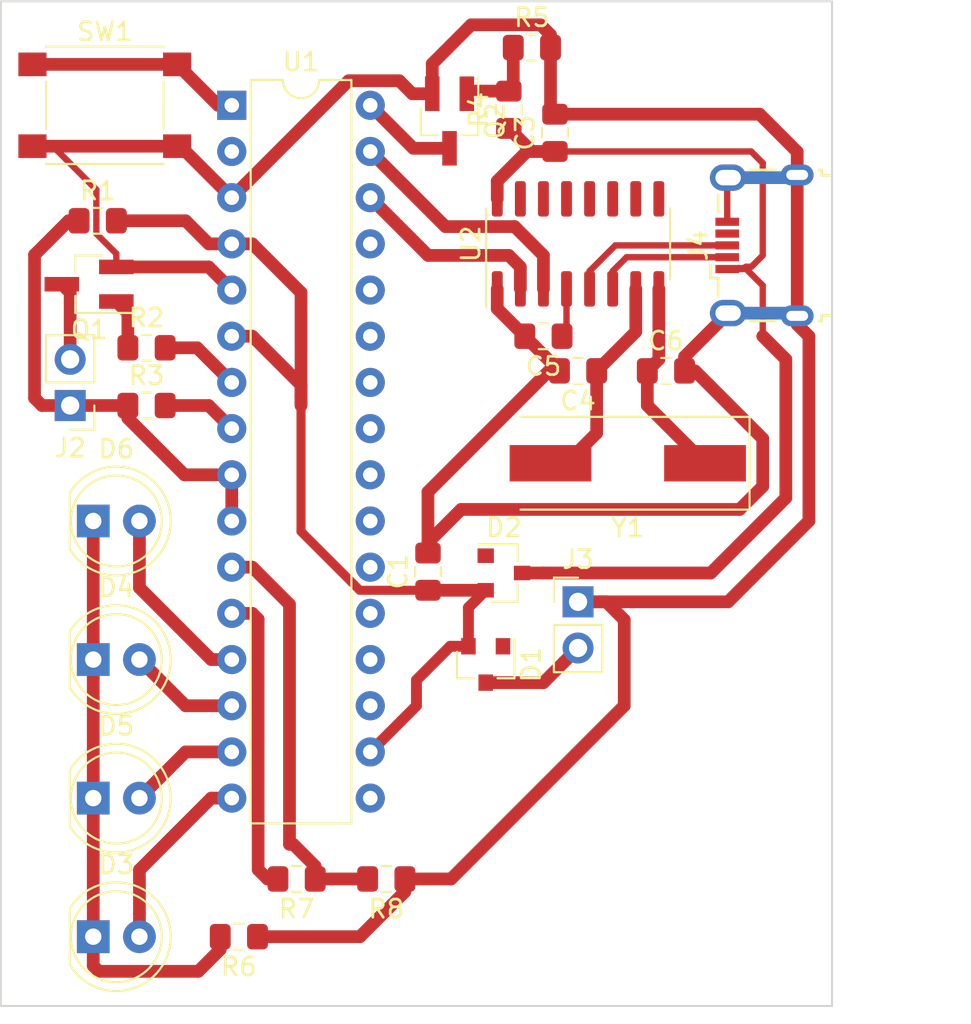
<source format=kicad_pcb>
(kicad_pcb (version 20171130) (host pcbnew "(5.1.5)-3")

  (general
    (thickness 1.6)
    (drawings 5)
    (tracks 189)
    (zones 0)
    (modules 28)
    (nets 48)
  )

  (page A4)
  (layers
    (0 F.Cu signal)
    (31 B.Cu signal)
    (32 B.Adhes user)
    (33 F.Adhes user)
    (34 B.Paste user)
    (35 F.Paste user)
    (36 B.SilkS user)
    (37 F.SilkS user)
    (38 B.Mask user)
    (39 F.Mask user)
    (40 Dwgs.User user)
    (41 Cmts.User user)
    (42 Eco1.User user)
    (43 Eco2.User user)
    (44 Edge.Cuts user)
    (45 Margin user)
    (46 B.CrtYd user)
    (47 F.CrtYd user)
    (48 B.Fab user)
    (49 F.Fab user)
  )

  (setup
    (last_trace_width 0.7)
    (user_trace_width 0.35)
    (trace_clearance 0.2)
    (zone_clearance 0.508)
    (zone_45_only no)
    (trace_min 0.2)
    (via_size 0.8)
    (via_drill 0.4)
    (via_min_size 0.4)
    (via_min_drill 0.3)
    (uvia_size 0.3)
    (uvia_drill 0.1)
    (uvias_allowed no)
    (uvia_min_size 0.2)
    (uvia_min_drill 0.1)
    (edge_width 0.1)
    (segment_width 0.2)
    (pcb_text_width 0.3)
    (pcb_text_size 1.5 1.5)
    (mod_edge_width 0.15)
    (mod_text_size 1 1)
    (mod_text_width 0.15)
    (pad_size 1.524 1.524)
    (pad_drill 0.762)
    (pad_to_mask_clearance 0)
    (aux_axis_origin 0 0)
    (visible_elements 7FFFFFFF)
    (pcbplotparams
      (layerselection 0x010fc_ffffffff)
      (usegerberextensions false)
      (usegerberattributes false)
      (usegerberadvancedattributes false)
      (creategerberjobfile false)
      (excludeedgelayer true)
      (linewidth 0.100000)
      (plotframeref false)
      (viasonmask false)
      (mode 1)
      (useauxorigin false)
      (hpglpennumber 1)
      (hpglpenspeed 20)
      (hpglpendiameter 15.000000)
      (psnegative false)
      (psa4output false)
      (plotreference true)
      (plotvalue true)
      (plotinvisibletext false)
      (padsonsilk false)
      (subtractmaskfromsilk false)
      (outputformat 1)
      (mirror false)
      (drillshape 1)
      (scaleselection 1)
      (outputdirectory ""))
  )

  (net 0 "")
  (net 1 "Net-(C1-Pad1)")
  (net 2 GND)
  (net 3 "Net-(C3-Pad1)")
  (net 4 "Net-(C4-Pad1)")
  (net 5 "Net-(C5-Pad1)")
  (net 6 "Net-(C6-Pad1)")
  (net 7 "Net-(D1-Pad2)")
  (net 8 "Net-(D3-Pad2)")
  (net 9 "Net-(D3-Pad1)")
  (net 10 "Net-(D4-Pad2)")
  (net 11 "Net-(D5-Pad2)")
  (net 12 "Net-(D6-Pad2)")
  (net 13 "Net-(J1-Pad1)")
  (net 14 "Net-(J1-Pad2)")
  (net 15 "Net-(J4-Pad2)")
  (net 16 "Net-(J4-Pad3)")
  (net 17 "Net-(J4-Pad4)")
  (net 18 "Net-(Q1-Pad1)")
  (net 19 "Net-(Q2-Pad3)")
  (net 20 "Net-(Q2-Pad1)")
  (net 21 "Net-(R2-Pad2)")
  (net 22 "Net-(R3-Pad2)")
  (net 23 "Net-(R7-Pad1)")
  (net 24 "Net-(R7-Pad2)")
  (net 25 "Net-(SW1-Pad1)")
  (net 26 "Net-(U1-Pad17)")
  (net 27 "Net-(U1-Pad2)")
  (net 28 "Net-(U1-Pad19)")
  (net 29 "Net-(U1-Pad20)")
  (net 30 "Net-(U1-Pad21)")
  (net 31 "Net-(U1-Pad22)")
  (net 32 "Net-(U1-Pad23)")
  (net 33 "Net-(U1-Pad24)")
  (net 34 "Net-(U1-Pad25)")
  (net 35 "Net-(U1-Pad26)")
  (net 36 "Net-(U1-Pad27)")
  (net 37 "Net-(U1-Pad28)")
  (net 38 "Net-(U1-Pad29)")
  (net 39 "Net-(U1-Pad30)")
  (net 40 "Net-(U1-Pad31)")
  (net 41 "Net-(U2-Pad9)")
  (net 42 "Net-(U2-Pad10)")
  (net 43 "Net-(U2-Pad11)")
  (net 44 "Net-(U2-Pad12)")
  (net 45 "Net-(U2-Pad13)")
  (net 46 "Net-(U2-Pad14)")
  (net 47 "Net-(U2-Pad15)")

  (net_class Default "Это класс цепей по умолчанию."
    (clearance 0.2)
    (trace_width 0.7)
    (via_dia 0.8)
    (via_drill 0.4)
    (uvia_dia 0.3)
    (uvia_drill 0.1)
    (add_net GND)
    (add_net "Net-(C1-Pad1)")
    (add_net "Net-(C3-Pad1)")
    (add_net "Net-(C4-Pad1)")
    (add_net "Net-(C5-Pad1)")
    (add_net "Net-(C6-Pad1)")
    (add_net "Net-(D1-Pad2)")
    (add_net "Net-(D3-Pad1)")
    (add_net "Net-(D3-Pad2)")
    (add_net "Net-(D4-Pad2)")
    (add_net "Net-(D5-Pad2)")
    (add_net "Net-(D6-Pad2)")
    (add_net "Net-(J1-Pad1)")
    (add_net "Net-(J1-Pad2)")
    (add_net "Net-(J4-Pad2)")
    (add_net "Net-(J4-Pad3)")
    (add_net "Net-(J4-Pad4)")
    (add_net "Net-(Q1-Pad1)")
    (add_net "Net-(Q2-Pad1)")
    (add_net "Net-(Q2-Pad3)")
    (add_net "Net-(R2-Pad2)")
    (add_net "Net-(R3-Pad2)")
    (add_net "Net-(R7-Pad1)")
    (add_net "Net-(R7-Pad2)")
    (add_net "Net-(SW1-Pad1)")
    (add_net "Net-(U1-Pad17)")
    (add_net "Net-(U1-Pad19)")
    (add_net "Net-(U1-Pad2)")
    (add_net "Net-(U1-Pad20)")
    (add_net "Net-(U1-Pad21)")
    (add_net "Net-(U1-Pad22)")
    (add_net "Net-(U1-Pad23)")
    (add_net "Net-(U1-Pad24)")
    (add_net "Net-(U1-Pad25)")
    (add_net "Net-(U1-Pad26)")
    (add_net "Net-(U1-Pad27)")
    (add_net "Net-(U1-Pad28)")
    (add_net "Net-(U1-Pad29)")
    (add_net "Net-(U1-Pad30)")
    (add_net "Net-(U1-Pad31)")
    (add_net "Net-(U2-Pad10)")
    (add_net "Net-(U2-Pad11)")
    (add_net "Net-(U2-Pad12)")
    (add_net "Net-(U2-Pad13)")
    (add_net "Net-(U2-Pad14)")
    (add_net "Net-(U2-Pad15)")
    (add_net "Net-(U2-Pad9)")
  )

  (module Connector_PinHeader_2.54mm:PinHeader_1x02_P2.54mm_Vertical placed (layer F.Cu) (tedit 59FED5CC) (tstamp 5EB4AE1A)
    (at 52.07 82.55 180)
    (descr "Through hole straight pin header, 1x02, 2.54mm pitch, single row")
    (tags "Through hole pin header THT 1x02 2.54mm single row")
    (path /5990DBF0)
    (fp_text reference J2 (at 0 -2.33) (layer F.SilkS)
      (effects (font (size 1 1) (thickness 0.15)))
    )
    (fp_text value IB_READ (at 0 4.87) (layer F.Fab)
      (effects (font (size 1 1) (thickness 0.15)))
    )
    (fp_text user %R (at 0 1.27 90) (layer F.Fab)
      (effects (font (size 1 1) (thickness 0.15)))
    )
    (fp_line (start 1.8 -1.8) (end -1.8 -1.8) (layer F.CrtYd) (width 0.05))
    (fp_line (start 1.8 4.35) (end 1.8 -1.8) (layer F.CrtYd) (width 0.05))
    (fp_line (start -1.8 4.35) (end 1.8 4.35) (layer F.CrtYd) (width 0.05))
    (fp_line (start -1.8 -1.8) (end -1.8 4.35) (layer F.CrtYd) (width 0.05))
    (fp_line (start -1.33 -1.33) (end 0 -1.33) (layer F.SilkS) (width 0.12))
    (fp_line (start -1.33 0) (end -1.33 -1.33) (layer F.SilkS) (width 0.12))
    (fp_line (start -1.33 1.27) (end 1.33 1.27) (layer F.SilkS) (width 0.12))
    (fp_line (start 1.33 1.27) (end 1.33 3.87) (layer F.SilkS) (width 0.12))
    (fp_line (start -1.33 1.27) (end -1.33 3.87) (layer F.SilkS) (width 0.12))
    (fp_line (start -1.33 3.87) (end 1.33 3.87) (layer F.SilkS) (width 0.12))
    (fp_line (start -1.27 -0.635) (end -0.635 -1.27) (layer F.Fab) (width 0.1))
    (fp_line (start -1.27 3.81) (end -1.27 -0.635) (layer F.Fab) (width 0.1))
    (fp_line (start 1.27 3.81) (end -1.27 3.81) (layer F.Fab) (width 0.1))
    (fp_line (start 1.27 -1.27) (end 1.27 3.81) (layer F.Fab) (width 0.1))
    (fp_line (start -0.635 -1.27) (end 1.27 -1.27) (layer F.Fab) (width 0.1))
    (pad 2 thru_hole oval (at 0 2.54 180) (size 1.7 1.7) (drill 1) (layers *.Cu *.Mask)
      (net 14 "Net-(J1-Pad2)"))
    (pad 1 thru_hole rect (at 0 0 180) (size 1.7 1.7) (drill 1) (layers *.Cu *.Mask)
      (net 13 "Net-(J1-Pad1)"))
    (model ${KISYS3DMOD}/Connector_PinHeader_2.54mm.3dshapes/PinHeader_1x02_P2.54mm_Vertical.wrl
      (at (xyz 0 0 0))
      (scale (xyz 1 1 1))
      (rotate (xyz 0 0 0))
    )
  )

  (module Diode_SMD:D_SOT-23_NKA placed (layer F.Cu) (tedit 587CCEF9) (tstamp 5EB499D1)
    (at 74.93 96.79 270)
    (descr "SOT-23, Single Diode")
    (tags SOT-23)
    (path /5990CE66)
    (attr smd)
    (fp_text reference D1 (at 0 -2.5 90) (layer F.SilkS)
      (effects (font (size 1 1) (thickness 0.15)))
    )
    (fp_text value D_Schottky (at 0 2.5 90) (layer F.Fab)
      (effects (font (size 1 1) (thickness 0.15)))
    )
    (fp_line (start 0.76 1.58) (end -0.7 1.58) (layer F.SilkS) (width 0.12))
    (fp_line (start -0.7 -1.52) (end -0.7 1.52) (layer F.Fab) (width 0.1))
    (fp_line (start -0.7 -1.52) (end 0.7 -1.52) (layer F.Fab) (width 0.1))
    (fp_line (start 0.76 -1.58) (end -1.4 -1.58) (layer F.SilkS) (width 0.12))
    (fp_line (start -1.7 1.75) (end -1.7 -1.75) (layer F.CrtYd) (width 0.05))
    (fp_line (start 1.7 1.75) (end -1.7 1.75) (layer F.CrtYd) (width 0.05))
    (fp_line (start 1.7 -1.75) (end 1.7 1.75) (layer F.CrtYd) (width 0.05))
    (fp_line (start -1.7 -1.75) (end 1.7 -1.75) (layer F.CrtYd) (width 0.05))
    (fp_line (start -0.7 1.52) (end 0.7 1.52) (layer F.Fab) (width 0.1))
    (fp_line (start 0.7 -1.52) (end 0.7 1.52) (layer F.Fab) (width 0.1))
    (fp_line (start 0.76 -1.58) (end 0.76 -0.65) (layer F.SilkS) (width 0.12))
    (fp_line (start 0.76 1.58) (end 0.76 0.65) (layer F.SilkS) (width 0.12))
    (fp_line (start -0.15 0.65) (end -0.15 0.25) (layer F.Fab) (width 0.1))
    (fp_line (start -0.15 0.45) (end -0.4 0.45) (layer F.Fab) (width 0.1))
    (fp_line (start -0.15 0.45) (end 0.15 0.65) (layer F.Fab) (width 0.1))
    (fp_line (start 0.15 0.65) (end 0.15 0.25) (layer F.Fab) (width 0.1))
    (fp_line (start 0.15 0.25) (end -0.15 0.45) (layer F.Fab) (width 0.1))
    (fp_line (start 0.15 0.45) (end 0.4 0.45) (layer F.Fab) (width 0.1))
    (fp_text user %R (at 0 -2.5 90) (layer F.Fab)
      (effects (font (size 1 1) (thickness 0.15)))
    )
    (pad 2 smd rect (at 1 0 270) (size 0.9 0.8) (layers F.Cu F.Paste F.Mask)
      (net 7 "Net-(D1-Pad2)"))
    (pad 1 smd rect (at -1 0.95 270) (size 0.9 0.8) (layers F.Cu F.Paste F.Mask)
      (net 1 "Net-(C1-Pad1)"))
    (pad "" smd rect (at -1 -0.95 270) (size 0.9 0.8) (layers F.Cu F.Paste F.Mask))
    (model ${KISYS3DMOD}/Diode_SMD.3dshapes/D_SOT-23.wrl
      (at (xyz 0 0 0))
      (scale (xyz 1 1 1))
      (rotate (xyz 0 0 0))
    )
  )

  (module Capacitor_SMD:C_0805_2012Metric_Pad1.15x1.40mm_HandSolder placed (layer F.Cu) (tedit 5B36C52B) (tstamp 5EB4972A)
    (at 71.755 91.685 90)
    (descr "Capacitor SMD 0805 (2012 Metric), square (rectangular) end terminal, IPC_7351 nominal with elongated pad for handsoldering. (Body size source: https://docs.google.com/spreadsheets/d/1BsfQQcO9C6DZCsRaXUlFlo91Tg2WpOkGARC1WS5S8t0/edit?usp=sharing), generated with kicad-footprint-generator")
    (tags "capacitor handsolder")
    (path /5991F2CC)
    (attr smd)
    (fp_text reference C1 (at 0 -1.65 90) (layer F.SilkS)
      (effects (font (size 1 1) (thickness 0.15)))
    )
    (fp_text value 0.1mF (at 0 1.65 90) (layer F.Fab)
      (effects (font (size 1 1) (thickness 0.15)))
    )
    (fp_line (start -1 0.6) (end -1 -0.6) (layer F.Fab) (width 0.1))
    (fp_line (start -1 -0.6) (end 1 -0.6) (layer F.Fab) (width 0.1))
    (fp_line (start 1 -0.6) (end 1 0.6) (layer F.Fab) (width 0.1))
    (fp_line (start 1 0.6) (end -1 0.6) (layer F.Fab) (width 0.1))
    (fp_line (start -0.261252 -0.71) (end 0.261252 -0.71) (layer F.SilkS) (width 0.12))
    (fp_line (start -0.261252 0.71) (end 0.261252 0.71) (layer F.SilkS) (width 0.12))
    (fp_line (start -1.85 0.95) (end -1.85 -0.95) (layer F.CrtYd) (width 0.05))
    (fp_line (start -1.85 -0.95) (end 1.85 -0.95) (layer F.CrtYd) (width 0.05))
    (fp_line (start 1.85 -0.95) (end 1.85 0.95) (layer F.CrtYd) (width 0.05))
    (fp_line (start 1.85 0.95) (end -1.85 0.95) (layer F.CrtYd) (width 0.05))
    (fp_text user %R (at 0 0 90) (layer F.Fab)
      (effects (font (size 0.5 0.5) (thickness 0.08)))
    )
    (pad 1 smd roundrect (at -1.025 0 90) (size 1.15 1.4) (layers F.Cu F.Paste F.Mask) (roundrect_rratio 0.217391)
      (net 1 "Net-(C1-Pad1)"))
    (pad 2 smd roundrect (at 1.025 0 90) (size 1.15 1.4) (layers F.Cu F.Paste F.Mask) (roundrect_rratio 0.217391)
      (net 2 GND))
    (model ${KISYS3DMOD}/Capacitor_SMD.3dshapes/C_0805_2012Metric.wrl
      (at (xyz 0 0 0))
      (scale (xyz 1 1 1))
      (rotate (xyz 0 0 0))
    )
  )

  (module Capacitor_SMD:C_0805_2012Metric_Pad1.15x1.40mm_HandSolder placed (layer F.Cu) (tedit 5B36C52B) (tstamp 5EB4AD3F)
    (at 78.74 67.555 90)
    (descr "Capacitor SMD 0805 (2012 Metric), square (rectangular) end terminal, IPC_7351 nominal with elongated pad for handsoldering. (Body size source: https://docs.google.com/spreadsheets/d/1BsfQQcO9C6DZCsRaXUlFlo91Tg2WpOkGARC1WS5S8t0/edit?usp=sharing), generated with kicad-footprint-generator")
    (tags "capacitor handsolder")
    (path /5EBE4712)
    (attr smd)
    (fp_text reference C3 (at 0 -1.65 90) (layer F.SilkS)
      (effects (font (size 1 1) (thickness 0.15)))
    )
    (fp_text value 0.1mF (at 0 1.65 90) (layer F.Fab)
      (effects (font (size 1 1) (thickness 0.15)))
    )
    (fp_text user %R (at 0 0 90) (layer F.Fab)
      (effects (font (size 0.5 0.5) (thickness 0.08)))
    )
    (fp_line (start 1.85 0.95) (end -1.85 0.95) (layer F.CrtYd) (width 0.05))
    (fp_line (start 1.85 -0.95) (end 1.85 0.95) (layer F.CrtYd) (width 0.05))
    (fp_line (start -1.85 -0.95) (end 1.85 -0.95) (layer F.CrtYd) (width 0.05))
    (fp_line (start -1.85 0.95) (end -1.85 -0.95) (layer F.CrtYd) (width 0.05))
    (fp_line (start -0.261252 0.71) (end 0.261252 0.71) (layer F.SilkS) (width 0.12))
    (fp_line (start -0.261252 -0.71) (end 0.261252 -0.71) (layer F.SilkS) (width 0.12))
    (fp_line (start 1 0.6) (end -1 0.6) (layer F.Fab) (width 0.1))
    (fp_line (start 1 -0.6) (end 1 0.6) (layer F.Fab) (width 0.1))
    (fp_line (start -1 -0.6) (end 1 -0.6) (layer F.Fab) (width 0.1))
    (fp_line (start -1 0.6) (end -1 -0.6) (layer F.Fab) (width 0.1))
    (pad 2 smd roundrect (at 1.025 0 90) (size 1.15 1.4) (layers F.Cu F.Paste F.Mask) (roundrect_rratio 0.217391)
      (net 2 GND))
    (pad 1 smd roundrect (at -1.025 0 90) (size 1.15 1.4) (layers F.Cu F.Paste F.Mask) (roundrect_rratio 0.217391)
      (net 3 "Net-(C3-Pad1)"))
    (model ${KISYS3DMOD}/Capacitor_SMD.3dshapes/C_0805_2012Metric.wrl
      (at (xyz 0 0 0))
      (scale (xyz 1 1 1))
      (rotate (xyz 0 0 0))
    )
  )

  (module Capacitor_SMD:C_0805_2012Metric_Pad1.15x1.40mm_HandSolder placed (layer F.Cu) (tedit 5B36C52B) (tstamp 5EB4AD50)
    (at 80.01 80.645 180)
    (descr "Capacitor SMD 0805 (2012 Metric), square (rectangular) end terminal, IPC_7351 nominal with elongated pad for handsoldering. (Body size source: https://docs.google.com/spreadsheets/d/1BsfQQcO9C6DZCsRaXUlFlo91Tg2WpOkGARC1WS5S8t0/edit?usp=sharing), generated with kicad-footprint-generator")
    (tags "capacitor handsolder")
    (path /5EB85C76)
    (attr smd)
    (fp_text reference C4 (at 0 -1.65) (layer F.SilkS)
      (effects (font (size 1 1) (thickness 0.15)))
    )
    (fp_text value 22pF (at 0 1.65) (layer F.Fab)
      (effects (font (size 1 1) (thickness 0.15)))
    )
    (fp_text user %R (at 0 0) (layer F.Fab)
      (effects (font (size 0.5 0.5) (thickness 0.08)))
    )
    (fp_line (start 1.85 0.95) (end -1.85 0.95) (layer F.CrtYd) (width 0.05))
    (fp_line (start 1.85 -0.95) (end 1.85 0.95) (layer F.CrtYd) (width 0.05))
    (fp_line (start -1.85 -0.95) (end 1.85 -0.95) (layer F.CrtYd) (width 0.05))
    (fp_line (start -1.85 0.95) (end -1.85 -0.95) (layer F.CrtYd) (width 0.05))
    (fp_line (start -0.261252 0.71) (end 0.261252 0.71) (layer F.SilkS) (width 0.12))
    (fp_line (start -0.261252 -0.71) (end 0.261252 -0.71) (layer F.SilkS) (width 0.12))
    (fp_line (start 1 0.6) (end -1 0.6) (layer F.Fab) (width 0.1))
    (fp_line (start 1 -0.6) (end 1 0.6) (layer F.Fab) (width 0.1))
    (fp_line (start -1 -0.6) (end 1 -0.6) (layer F.Fab) (width 0.1))
    (fp_line (start -1 0.6) (end -1 -0.6) (layer F.Fab) (width 0.1))
    (pad 2 smd roundrect (at 1.025 0 180) (size 1.15 1.4) (layers F.Cu F.Paste F.Mask) (roundrect_rratio 0.217391)
      (net 2 GND))
    (pad 1 smd roundrect (at -1.025 0 180) (size 1.15 1.4) (layers F.Cu F.Paste F.Mask) (roundrect_rratio 0.217391)
      (net 4 "Net-(C4-Pad1)"))
    (model ${KISYS3DMOD}/Capacitor_SMD.3dshapes/C_0805_2012Metric.wrl
      (at (xyz 0 0 0))
      (scale (xyz 1 1 1))
      (rotate (xyz 0 0 0))
    )
  )

  (module Capacitor_SMD:C_0805_2012Metric_Pad1.15x1.40mm_HandSolder placed (layer F.Cu) (tedit 5B36C52B) (tstamp 5EB4AD61)
    (at 78.105 78.74 180)
    (descr "Capacitor SMD 0805 (2012 Metric), square (rectangular) end terminal, IPC_7351 nominal with elongated pad for handsoldering. (Body size source: https://docs.google.com/spreadsheets/d/1BsfQQcO9C6DZCsRaXUlFlo91Tg2WpOkGARC1WS5S8t0/edit?usp=sharing), generated with kicad-footprint-generator")
    (tags "capacitor handsolder")
    (path /5EBD7A37)
    (attr smd)
    (fp_text reference C5 (at 0 -1.65) (layer F.SilkS)
      (effects (font (size 1 1) (thickness 0.15)))
    )
    (fp_text value 0.01uF (at 0 1.65) (layer F.Fab)
      (effects (font (size 1 1) (thickness 0.15)))
    )
    (fp_line (start -1 0.6) (end -1 -0.6) (layer F.Fab) (width 0.1))
    (fp_line (start -1 -0.6) (end 1 -0.6) (layer F.Fab) (width 0.1))
    (fp_line (start 1 -0.6) (end 1 0.6) (layer F.Fab) (width 0.1))
    (fp_line (start 1 0.6) (end -1 0.6) (layer F.Fab) (width 0.1))
    (fp_line (start -0.261252 -0.71) (end 0.261252 -0.71) (layer F.SilkS) (width 0.12))
    (fp_line (start -0.261252 0.71) (end 0.261252 0.71) (layer F.SilkS) (width 0.12))
    (fp_line (start -1.85 0.95) (end -1.85 -0.95) (layer F.CrtYd) (width 0.05))
    (fp_line (start -1.85 -0.95) (end 1.85 -0.95) (layer F.CrtYd) (width 0.05))
    (fp_line (start 1.85 -0.95) (end 1.85 0.95) (layer F.CrtYd) (width 0.05))
    (fp_line (start 1.85 0.95) (end -1.85 0.95) (layer F.CrtYd) (width 0.05))
    (fp_text user %R (at 0 0) (layer F.Fab)
      (effects (font (size 0.5 0.5) (thickness 0.08)))
    )
    (pad 1 smd roundrect (at -1.025 0 180) (size 1.15 1.4) (layers F.Cu F.Paste F.Mask) (roundrect_rratio 0.217391)
      (net 5 "Net-(C5-Pad1)"))
    (pad 2 smd roundrect (at 1.025 0 180) (size 1.15 1.4) (layers F.Cu F.Paste F.Mask) (roundrect_rratio 0.217391)
      (net 2 GND))
    (model ${KISYS3DMOD}/Capacitor_SMD.3dshapes/C_0805_2012Metric.wrl
      (at (xyz 0 0 0))
      (scale (xyz 1 1 1))
      (rotate (xyz 0 0 0))
    )
  )

  (module Capacitor_SMD:C_0805_2012Metric_Pad1.15x1.40mm_HandSolder placed (layer F.Cu) (tedit 5B36C52B) (tstamp 5EB4AD72)
    (at 84.845 80.645)
    (descr "Capacitor SMD 0805 (2012 Metric), square (rectangular) end terminal, IPC_7351 nominal with elongated pad for handsoldering. (Body size source: https://docs.google.com/spreadsheets/d/1BsfQQcO9C6DZCsRaXUlFlo91Tg2WpOkGARC1WS5S8t0/edit?usp=sharing), generated with kicad-footprint-generator")
    (tags "capacitor handsolder")
    (path /5EB85996)
    (attr smd)
    (fp_text reference C6 (at 0 -1.65) (layer F.SilkS)
      (effects (font (size 1 1) (thickness 0.15)))
    )
    (fp_text value 22pF (at 0 1.65) (layer F.Fab)
      (effects (font (size 1 1) (thickness 0.15)))
    )
    (fp_line (start -1 0.6) (end -1 -0.6) (layer F.Fab) (width 0.1))
    (fp_line (start -1 -0.6) (end 1 -0.6) (layer F.Fab) (width 0.1))
    (fp_line (start 1 -0.6) (end 1 0.6) (layer F.Fab) (width 0.1))
    (fp_line (start 1 0.6) (end -1 0.6) (layer F.Fab) (width 0.1))
    (fp_line (start -0.261252 -0.71) (end 0.261252 -0.71) (layer F.SilkS) (width 0.12))
    (fp_line (start -0.261252 0.71) (end 0.261252 0.71) (layer F.SilkS) (width 0.12))
    (fp_line (start -1.85 0.95) (end -1.85 -0.95) (layer F.CrtYd) (width 0.05))
    (fp_line (start -1.85 -0.95) (end 1.85 -0.95) (layer F.CrtYd) (width 0.05))
    (fp_line (start 1.85 -0.95) (end 1.85 0.95) (layer F.CrtYd) (width 0.05))
    (fp_line (start 1.85 0.95) (end -1.85 0.95) (layer F.CrtYd) (width 0.05))
    (fp_text user %R (at 0 0) (layer F.Fab)
      (effects (font (size 0.5 0.5) (thickness 0.08)))
    )
    (pad 1 smd roundrect (at -1.025 0) (size 1.15 1.4) (layers F.Cu F.Paste F.Mask) (roundrect_rratio 0.217391)
      (net 6 "Net-(C6-Pad1)"))
    (pad 2 smd roundrect (at 1.025 0) (size 1.15 1.4) (layers F.Cu F.Paste F.Mask) (roundrect_rratio 0.217391)
      (net 2 GND))
    (model ${KISYS3DMOD}/Capacitor_SMD.3dshapes/C_0805_2012Metric.wrl
      (at (xyz 0 0 0))
      (scale (xyz 1 1 1))
      (rotate (xyz 0 0 0))
    )
  )

  (module Diode_SMD:D_SOT-23_NKA placed (layer F.Cu) (tedit 587CCEF9) (tstamp 5EB4ADA6)
    (at 75.93 91.76)
    (descr "SOT-23, Single Diode")
    (tags SOT-23)
    (path /5990D222)
    (attr smd)
    (fp_text reference D2 (at 0 -2.5) (layer F.SilkS)
      (effects (font (size 1 1) (thickness 0.15)))
    )
    (fp_text value D_Schottky (at 0 2.5) (layer F.Fab)
      (effects (font (size 1 1) (thickness 0.15)))
    )
    (fp_text user %R (at 0 -2.5) (layer F.Fab)
      (effects (font (size 1 1) (thickness 0.15)))
    )
    (fp_line (start 0.15 0.45) (end 0.4 0.45) (layer F.Fab) (width 0.1))
    (fp_line (start 0.15 0.25) (end -0.15 0.45) (layer F.Fab) (width 0.1))
    (fp_line (start 0.15 0.65) (end 0.15 0.25) (layer F.Fab) (width 0.1))
    (fp_line (start -0.15 0.45) (end 0.15 0.65) (layer F.Fab) (width 0.1))
    (fp_line (start -0.15 0.45) (end -0.4 0.45) (layer F.Fab) (width 0.1))
    (fp_line (start -0.15 0.65) (end -0.15 0.25) (layer F.Fab) (width 0.1))
    (fp_line (start 0.76 1.58) (end 0.76 0.65) (layer F.SilkS) (width 0.12))
    (fp_line (start 0.76 -1.58) (end 0.76 -0.65) (layer F.SilkS) (width 0.12))
    (fp_line (start 0.7 -1.52) (end 0.7 1.52) (layer F.Fab) (width 0.1))
    (fp_line (start -0.7 1.52) (end 0.7 1.52) (layer F.Fab) (width 0.1))
    (fp_line (start -1.7 -1.75) (end 1.7 -1.75) (layer F.CrtYd) (width 0.05))
    (fp_line (start 1.7 -1.75) (end 1.7 1.75) (layer F.CrtYd) (width 0.05))
    (fp_line (start 1.7 1.75) (end -1.7 1.75) (layer F.CrtYd) (width 0.05))
    (fp_line (start -1.7 1.75) (end -1.7 -1.75) (layer F.CrtYd) (width 0.05))
    (fp_line (start 0.76 -1.58) (end -1.4 -1.58) (layer F.SilkS) (width 0.12))
    (fp_line (start -0.7 -1.52) (end 0.7 -1.52) (layer F.Fab) (width 0.1))
    (fp_line (start -0.7 -1.52) (end -0.7 1.52) (layer F.Fab) (width 0.1))
    (fp_line (start 0.76 1.58) (end -0.7 1.58) (layer F.SilkS) (width 0.12))
    (pad "" smd rect (at -1 -0.95) (size 0.9 0.8) (layers F.Cu F.Paste F.Mask))
    (pad 1 smd rect (at -1 0.95) (size 0.9 0.8) (layers F.Cu F.Paste F.Mask)
      (net 1 "Net-(C1-Pad1)"))
    (pad 2 smd rect (at 1 0) (size 0.9 0.8) (layers F.Cu F.Paste F.Mask)
      (net 3 "Net-(C3-Pad1)"))
    (model ${KISYS3DMOD}/Diode_SMD.3dshapes/D_SOT-23.wrl
      (at (xyz 0 0 0))
      (scale (xyz 1 1 1))
      (rotate (xyz 0 0 0))
    )
  )

  (module LED_THT:LED_D5.0mm placed (layer F.Cu) (tedit 5995936A) (tstamp 5EB4ADB8)
    (at 53.34 111.76)
    (descr "LED, diameter 5.0mm, 2 pins, http://cdn-reichelt.de/documents/datenblatt/A500/LL-504BC2E-009.pdf")
    (tags "LED diameter 5.0mm 2 pins")
    (path /5EC08635)
    (fp_text reference D3 (at 1.27 -3.96) (layer F.SilkS)
      (effects (font (size 1 1) (thickness 0.15)))
    )
    (fp_text value 2^0 (at 1.27 3.96) (layer F.Fab)
      (effects (font (size 1 1) (thickness 0.15)))
    )
    (fp_text user %R (at 1.25 0) (layer F.Fab)
      (effects (font (size 0.8 0.8) (thickness 0.2)))
    )
    (fp_line (start 4.5 -3.25) (end -1.95 -3.25) (layer F.CrtYd) (width 0.05))
    (fp_line (start 4.5 3.25) (end 4.5 -3.25) (layer F.CrtYd) (width 0.05))
    (fp_line (start -1.95 3.25) (end 4.5 3.25) (layer F.CrtYd) (width 0.05))
    (fp_line (start -1.95 -3.25) (end -1.95 3.25) (layer F.CrtYd) (width 0.05))
    (fp_line (start -1.29 -1.545) (end -1.29 1.545) (layer F.SilkS) (width 0.12))
    (fp_line (start -1.23 -1.469694) (end -1.23 1.469694) (layer F.Fab) (width 0.1))
    (fp_circle (center 1.27 0) (end 3.77 0) (layer F.SilkS) (width 0.12))
    (fp_circle (center 1.27 0) (end 3.77 0) (layer F.Fab) (width 0.1))
    (fp_arc (start 1.27 0) (end -1.29 1.54483) (angle -148.9) (layer F.SilkS) (width 0.12))
    (fp_arc (start 1.27 0) (end -1.29 -1.54483) (angle 148.9) (layer F.SilkS) (width 0.12))
    (fp_arc (start 1.27 0) (end -1.23 -1.469694) (angle 299.1) (layer F.Fab) (width 0.1))
    (pad 2 thru_hole circle (at 2.54 0) (size 1.8 1.8) (drill 0.9) (layers *.Cu *.Mask)
      (net 8 "Net-(D3-Pad2)"))
    (pad 1 thru_hole rect (at 0 0) (size 1.8 1.8) (drill 0.9) (layers *.Cu *.Mask)
      (net 9 "Net-(D3-Pad1)"))
    (model ${KISYS3DMOD}/LED_THT.3dshapes/LED_D5.0mm.wrl
      (at (xyz 0 0 0))
      (scale (xyz 1 1 1))
      (rotate (xyz 0 0 0))
    )
  )

  (module LED_THT:LED_D5.0mm placed (layer F.Cu) (tedit 5995936A) (tstamp 5EB4ADCA)
    (at 53.34 96.52)
    (descr "LED, diameter 5.0mm, 2 pins, http://cdn-reichelt.de/documents/datenblatt/A500/LL-504BC2E-009.pdf")
    (tags "LED diameter 5.0mm 2 pins")
    (path /5EC096BA)
    (fp_text reference D4 (at 1.27 -3.96) (layer F.SilkS)
      (effects (font (size 1 1) (thickness 0.15)))
    )
    (fp_text value 2^2 (at 1.27 3.96) (layer F.Fab)
      (effects (font (size 1 1) (thickness 0.15)))
    )
    (fp_text user %R (at 1.25 0.44) (layer F.Fab)
      (effects (font (size 0.8 0.8) (thickness 0.2)))
    )
    (fp_line (start 4.5 -3.25) (end -1.95 -3.25) (layer F.CrtYd) (width 0.05))
    (fp_line (start 4.5 3.25) (end 4.5 -3.25) (layer F.CrtYd) (width 0.05))
    (fp_line (start -1.95 3.25) (end 4.5 3.25) (layer F.CrtYd) (width 0.05))
    (fp_line (start -1.95 -3.25) (end -1.95 3.25) (layer F.CrtYd) (width 0.05))
    (fp_line (start -1.29 -1.545) (end -1.29 1.545) (layer F.SilkS) (width 0.12))
    (fp_line (start -1.23 -1.469694) (end -1.23 1.469694) (layer F.Fab) (width 0.1))
    (fp_circle (center 1.27 0) (end 3.77 0) (layer F.SilkS) (width 0.12))
    (fp_circle (center 1.27 0) (end 3.77 0) (layer F.Fab) (width 0.1))
    (fp_arc (start 1.27 0) (end -1.29 1.54483) (angle -148.9) (layer F.SilkS) (width 0.12))
    (fp_arc (start 1.27 0) (end -1.29 -1.54483) (angle 148.9) (layer F.SilkS) (width 0.12))
    (fp_arc (start 1.27 0) (end -1.23 -1.469694) (angle 299.1) (layer F.Fab) (width 0.1))
    (pad 2 thru_hole circle (at 2.54 0) (size 1.8 1.8) (drill 0.9) (layers *.Cu *.Mask)
      (net 10 "Net-(D4-Pad2)"))
    (pad 1 thru_hole rect (at 0 0) (size 1.8 1.8) (drill 0.9) (layers *.Cu *.Mask)
      (net 9 "Net-(D3-Pad1)"))
    (model ${KISYS3DMOD}/LED_THT.3dshapes/LED_D5.0mm.wrl
      (at (xyz 0 0 0))
      (scale (xyz 1 1 1))
      (rotate (xyz 0 0 0))
    )
  )

  (module LED_THT:LED_D5.0mm placed (layer F.Cu) (tedit 5995936A) (tstamp 5EB4BB08)
    (at 53.34 104.14)
    (descr "LED, diameter 5.0mm, 2 pins, http://cdn-reichelt.de/documents/datenblatt/A500/LL-504BC2E-009.pdf")
    (tags "LED diameter 5.0mm 2 pins")
    (path /5EC0906F)
    (fp_text reference D5 (at 1.27 -3.96) (layer F.SilkS)
      (effects (font (size 1 1) (thickness 0.15)))
    )
    (fp_text value 2^1 (at 1.27 3.96) (layer F.Fab)
      (effects (font (size 1 1) (thickness 0.15)))
    )
    (fp_arc (start 1.27 0) (end -1.23 -1.469694) (angle 299.1) (layer F.Fab) (width 0.1))
    (fp_arc (start 1.27 0) (end -1.29 -1.54483) (angle 148.9) (layer F.SilkS) (width 0.12))
    (fp_arc (start 1.27 0) (end -1.29 1.54483) (angle -148.9) (layer F.SilkS) (width 0.12))
    (fp_circle (center 1.27 0) (end 3.77 0) (layer F.Fab) (width 0.1))
    (fp_circle (center 1.27 0) (end 3.77 0) (layer F.SilkS) (width 0.12))
    (fp_line (start -1.23 -1.469694) (end -1.23 1.469694) (layer F.Fab) (width 0.1))
    (fp_line (start -1.29 -1.545) (end -1.29 1.545) (layer F.SilkS) (width 0.12))
    (fp_line (start -1.95 -3.25) (end -1.95 3.25) (layer F.CrtYd) (width 0.05))
    (fp_line (start -1.95 3.25) (end 4.5 3.25) (layer F.CrtYd) (width 0.05))
    (fp_line (start 4.5 3.25) (end 4.5 -3.25) (layer F.CrtYd) (width 0.05))
    (fp_line (start 4.5 -3.25) (end -1.95 -3.25) (layer F.CrtYd) (width 0.05))
    (fp_text user %R (at 1.25 0) (layer F.Fab)
      (effects (font (size 0.8 0.8) (thickness 0.2)))
    )
    (pad 1 thru_hole rect (at 0 0) (size 1.8 1.8) (drill 0.9) (layers *.Cu *.Mask)
      (net 9 "Net-(D3-Pad1)"))
    (pad 2 thru_hole circle (at 2.54 0) (size 1.8 1.8) (drill 0.9) (layers *.Cu *.Mask)
      (net 11 "Net-(D5-Pad2)"))
    (model ${KISYS3DMOD}/LED_THT.3dshapes/LED_D5.0mm.wrl
      (at (xyz 0 0 0))
      (scale (xyz 1 1 1))
      (rotate (xyz 0 0 0))
    )
  )

  (module LED_THT:LED_D5.0mm placed (layer F.Cu) (tedit 5995936A) (tstamp 5EB4ADEE)
    (at 53.34 88.9)
    (descr "LED, diameter 5.0mm, 2 pins, http://cdn-reichelt.de/documents/datenblatt/A500/LL-504BC2E-009.pdf")
    (tags "LED diameter 5.0mm 2 pins")
    (path /5EC09B18)
    (fp_text reference D6 (at 1.27 -3.96) (layer F.SilkS)
      (effects (font (size 1 1) (thickness 0.15)))
    )
    (fp_text value 2^3 (at 1.27 3.96) (layer F.Fab)
      (effects (font (size 1 1) (thickness 0.15)))
    )
    (fp_arc (start 1.27 0) (end -1.23 -1.469694) (angle 299.1) (layer F.Fab) (width 0.1))
    (fp_arc (start 1.27 0) (end -1.29 -1.54483) (angle 148.9) (layer F.SilkS) (width 0.12))
    (fp_arc (start 1.27 0) (end -1.29 1.54483) (angle -148.9) (layer F.SilkS) (width 0.12))
    (fp_circle (center 1.27 0) (end 3.77 0) (layer F.Fab) (width 0.1))
    (fp_circle (center 1.27 0) (end 3.77 0) (layer F.SilkS) (width 0.12))
    (fp_line (start -1.23 -1.469694) (end -1.23 1.469694) (layer F.Fab) (width 0.1))
    (fp_line (start -1.29 -1.545) (end -1.29 1.545) (layer F.SilkS) (width 0.12))
    (fp_line (start -1.95 -3.25) (end -1.95 3.25) (layer F.CrtYd) (width 0.05))
    (fp_line (start -1.95 3.25) (end 4.5 3.25) (layer F.CrtYd) (width 0.05))
    (fp_line (start 4.5 3.25) (end 4.5 -3.25) (layer F.CrtYd) (width 0.05))
    (fp_line (start 4.5 -3.25) (end -1.95 -3.25) (layer F.CrtYd) (width 0.05))
    (fp_text user %R (at 1.25 0) (layer F.Fab)
      (effects (font (size 0.8 0.8) (thickness 0.2)))
    )
    (pad 1 thru_hole rect (at 0 0) (size 1.8 1.8) (drill 0.9) (layers *.Cu *.Mask)
      (net 9 "Net-(D3-Pad1)"))
    (pad 2 thru_hole circle (at 2.54 0) (size 1.8 1.8) (drill 0.9) (layers *.Cu *.Mask)
      (net 12 "Net-(D6-Pad2)"))
    (model ${KISYS3DMOD}/LED_THT.3dshapes/LED_D5.0mm.wrl
      (at (xyz 0 0 0))
      (scale (xyz 1 1 1))
      (rotate (xyz 0 0 0))
    )
  )

  (module Connector_PinHeader_2.54mm:PinHeader_1x02_P2.54mm_Vertical placed (layer F.Cu) (tedit 59FED5CC) (tstamp 5EB4AE30)
    (at 80.01 93.345)
    (descr "Through hole straight pin header, 1x02, 2.54mm pitch, single row")
    (tags "Through hole pin header THT 1x02 2.54mm single row")
    (path /5996FA03)
    (fp_text reference J3 (at 0 -2.33) (layer F.SilkS)
      (effects (font (size 1 1) (thickness 0.15)))
    )
    (fp_text value BATTERY (at 0 4.87) (layer F.Fab)
      (effects (font (size 1 1) (thickness 0.15)))
    )
    (fp_line (start -0.635 -1.27) (end 1.27 -1.27) (layer F.Fab) (width 0.1))
    (fp_line (start 1.27 -1.27) (end 1.27 3.81) (layer F.Fab) (width 0.1))
    (fp_line (start 1.27 3.81) (end -1.27 3.81) (layer F.Fab) (width 0.1))
    (fp_line (start -1.27 3.81) (end -1.27 -0.635) (layer F.Fab) (width 0.1))
    (fp_line (start -1.27 -0.635) (end -0.635 -1.27) (layer F.Fab) (width 0.1))
    (fp_line (start -1.33 3.87) (end 1.33 3.87) (layer F.SilkS) (width 0.12))
    (fp_line (start -1.33 1.27) (end -1.33 3.87) (layer F.SilkS) (width 0.12))
    (fp_line (start 1.33 1.27) (end 1.33 3.87) (layer F.SilkS) (width 0.12))
    (fp_line (start -1.33 1.27) (end 1.33 1.27) (layer F.SilkS) (width 0.12))
    (fp_line (start -1.33 0) (end -1.33 -1.33) (layer F.SilkS) (width 0.12))
    (fp_line (start -1.33 -1.33) (end 0 -1.33) (layer F.SilkS) (width 0.12))
    (fp_line (start -1.8 -1.8) (end -1.8 4.35) (layer F.CrtYd) (width 0.05))
    (fp_line (start -1.8 4.35) (end 1.8 4.35) (layer F.CrtYd) (width 0.05))
    (fp_line (start 1.8 4.35) (end 1.8 -1.8) (layer F.CrtYd) (width 0.05))
    (fp_line (start 1.8 -1.8) (end -1.8 -1.8) (layer F.CrtYd) (width 0.05))
    (fp_text user %R (at 0 1.27 90) (layer F.Fab)
      (effects (font (size 1 1) (thickness 0.15)))
    )
    (pad 1 thru_hole rect (at 0 0) (size 1.7 1.7) (drill 1) (layers *.Cu *.Mask)
      (net 2 GND))
    (pad 2 thru_hole oval (at 0 2.54) (size 1.7 1.7) (drill 1) (layers *.Cu *.Mask)
      (net 7 "Net-(D1-Pad2)"))
    (model ${KISYS3DMOD}/Connector_PinHeader_2.54mm.3dshapes/PinHeader_1x02_P2.54mm_Vertical.wrl
      (at (xyz 0 0 0))
      (scale (xyz 1 1 1))
      (rotate (xyz 0 0 0))
    )
  )

  (module Connector_USB:USB_Micro-B_Wuerth_629105150521 placed (layer F.Cu) (tedit 5A142044) (tstamp 5EB4AE5F)
    (at 90.115 73.745 90)
    (descr "USB Micro-B receptacle, http://www.mouser.com/ds/2/445/629105150521-469306.pdf")
    (tags "usb micro receptacle")
    (path /5996F6E2)
    (attr smd)
    (fp_text reference J4 (at 0 -3.5 90) (layer F.SilkS)
      (effects (font (size 1 1) (thickness 0.15)))
    )
    (fp_text value USB_OTG (at 0 5.6 90) (layer F.Fab)
      (effects (font (size 1 1) (thickness 0.15)))
    )
    (fp_line (start -4 -2.25) (end -4 3.15) (layer F.Fab) (width 0.15))
    (fp_line (start -4 3.15) (end -3.7 3.15) (layer F.Fab) (width 0.15))
    (fp_line (start -3.7 3.15) (end -3.7 4.35) (layer F.Fab) (width 0.15))
    (fp_line (start -3.7 4.35) (end 3.7 4.35) (layer F.Fab) (width 0.15))
    (fp_line (start 3.7 4.35) (end 3.7 3.15) (layer F.Fab) (width 0.15))
    (fp_line (start 3.7 3.15) (end 4 3.15) (layer F.Fab) (width 0.15))
    (fp_line (start 4 3.15) (end 4 -2.25) (layer F.Fab) (width 0.15))
    (fp_line (start 4 -2.25) (end -4 -2.25) (layer F.Fab) (width 0.15))
    (fp_line (start -2.7 3.75) (end 2.7 3.75) (layer F.Fab) (width 0.15))
    (fp_line (start -1.075 -2.725) (end -1.3 -2.55) (layer F.Fab) (width 0.15))
    (fp_line (start -1.3 -2.55) (end -1.525 -2.725) (layer F.Fab) (width 0.15))
    (fp_line (start -1.525 -2.725) (end -1.525 -2.95) (layer F.Fab) (width 0.15))
    (fp_line (start -1.525 -2.95) (end -1.075 -2.95) (layer F.Fab) (width 0.15))
    (fp_line (start -1.075 -2.95) (end -1.075 -2.725) (layer F.Fab) (width 0.15))
    (fp_line (start -4.15 -0.65) (end -4.15 0.75) (layer F.SilkS) (width 0.15))
    (fp_line (start -4.15 3.15) (end -4.15 3.3) (layer F.SilkS) (width 0.15))
    (fp_line (start -4.15 3.3) (end -3.85 3.3) (layer F.SilkS) (width 0.15))
    (fp_line (start -3.85 3.3) (end -3.85 3.75) (layer F.SilkS) (width 0.15))
    (fp_line (start 3.85 3.75) (end 3.85 3.3) (layer F.SilkS) (width 0.15))
    (fp_line (start 3.85 3.3) (end 4.15 3.3) (layer F.SilkS) (width 0.15))
    (fp_line (start 4.15 3.3) (end 4.15 3.15) (layer F.SilkS) (width 0.15))
    (fp_line (start 4.15 0.75) (end 4.15 -0.65) (layer F.SilkS) (width 0.15))
    (fp_line (start -1.075 -2.825) (end -1.8 -2.825) (layer F.SilkS) (width 0.15))
    (fp_line (start -1.8 -2.825) (end -1.8 -2.4) (layer F.SilkS) (width 0.15))
    (fp_line (start -1.8 -2.4) (end -2.8 -2.4) (layer F.SilkS) (width 0.15))
    (fp_line (start 1.8 -2.4) (end 2.8 -2.4) (layer F.SilkS) (width 0.15))
    (fp_line (start -4.94 -3.34) (end -4.94 4.85) (layer F.CrtYd) (width 0.05))
    (fp_line (start -4.94 4.85) (end 4.95 4.85) (layer F.CrtYd) (width 0.05))
    (fp_line (start 4.95 4.85) (end 4.95 -3.34) (layer F.CrtYd) (width 0.05))
    (fp_line (start 4.95 -3.34) (end -4.94 -3.34) (layer F.CrtYd) (width 0.05))
    (fp_text user %R (at 0 1.05 90) (layer F.Fab)
      (effects (font (size 1 1) (thickness 0.15)))
    )
    (fp_text user "PCB Edge" (at 0 3.75 90) (layer Dwgs.User)
      (effects (font (size 0.5 0.5) (thickness 0.08)))
    )
    (pad 1 smd rect (at -1.3 -1.9 90) (size 0.45 1.3) (layers F.Cu F.Paste F.Mask)
      (net 3 "Net-(C3-Pad1)"))
    (pad 2 smd rect (at -0.65 -1.9 90) (size 0.45 1.3) (layers F.Cu F.Paste F.Mask)
      (net 15 "Net-(J4-Pad2)"))
    (pad 3 smd rect (at 0 -1.9 90) (size 0.45 1.3) (layers F.Cu F.Paste F.Mask)
      (net 16 "Net-(J4-Pad3)"))
    (pad 4 smd rect (at 0.65 -1.9 90) (size 0.45 1.3) (layers F.Cu F.Paste F.Mask)
      (net 17 "Net-(J4-Pad4)"))
    (pad 5 smd rect (at 1.3 -1.9 90) (size 0.45 1.3) (layers F.Cu F.Paste F.Mask)
      (net 2 GND))
    (pad 6 thru_hole oval (at -3.725 -1.85 90) (size 1.45 2) (drill oval 0.85 1.4) (layers *.Cu *.Mask)
      (net 2 GND))
    (pad 6 thru_hole oval (at 3.725 -1.85 90) (size 1.45 2) (drill oval 0.85 1.4) (layers *.Cu *.Mask)
      (net 2 GND))
    (pad 6 thru_hole oval (at -3.875 1.95 90) (size 1.15 1.8) (drill oval 0.55 1.2) (layers *.Cu *.Mask)
      (net 2 GND))
    (pad 6 thru_hole oval (at 3.875 1.95 90) (size 1.15 1.8) (drill oval 0.55 1.2) (layers *.Cu *.Mask)
      (net 2 GND))
    (pad "" np_thru_hole oval (at -2.5 -0.8 90) (size 0.8 0.8) (drill 0.8) (layers *.Cu *.Mask))
    (pad "" np_thru_hole oval (at 2.5 -0.8 90) (size 0.8 0.8) (drill 0.8) (layers *.Cu *.Mask))
    (model ${KISYS3DMOD}/Connector_USB.3dshapes/USB_Micro-B_Wuerth_629105150521.wrl
      (at (xyz 0 0 0))
      (scale (xyz 1 1 1))
      (rotate (xyz 0 0 0))
    )
  )

  (module Package_TO_SOT_SMD:SOT-23_Handsoldering placed (layer F.Cu) (tedit 5A0AB76C) (tstamp 5EB4AE74)
    (at 53.11 75.88 180)
    (descr "SOT-23, Handsoldering")
    (tags SOT-23)
    (path /5992157E)
    (attr smd)
    (fp_text reference Q1 (at 0 -2.5) (layer F.SilkS)
      (effects (font (size 1 1) (thickness 0.15)))
    )
    (fp_text value BC847 (at 0 2.5) (layer F.Fab)
      (effects (font (size 1 1) (thickness 0.15)))
    )
    (fp_text user %R (at 0 0 90) (layer F.Fab)
      (effects (font (size 0.5 0.5) (thickness 0.075)))
    )
    (fp_line (start 0.76 1.58) (end 0.76 0.65) (layer F.SilkS) (width 0.12))
    (fp_line (start 0.76 -1.58) (end 0.76 -0.65) (layer F.SilkS) (width 0.12))
    (fp_line (start -2.7 -1.75) (end 2.7 -1.75) (layer F.CrtYd) (width 0.05))
    (fp_line (start 2.7 -1.75) (end 2.7 1.75) (layer F.CrtYd) (width 0.05))
    (fp_line (start 2.7 1.75) (end -2.7 1.75) (layer F.CrtYd) (width 0.05))
    (fp_line (start -2.7 1.75) (end -2.7 -1.75) (layer F.CrtYd) (width 0.05))
    (fp_line (start 0.76 -1.58) (end -2.4 -1.58) (layer F.SilkS) (width 0.12))
    (fp_line (start -0.7 -0.95) (end -0.7 1.5) (layer F.Fab) (width 0.1))
    (fp_line (start -0.15 -1.52) (end 0.7 -1.52) (layer F.Fab) (width 0.1))
    (fp_line (start -0.7 -0.95) (end -0.15 -1.52) (layer F.Fab) (width 0.1))
    (fp_line (start 0.7 -1.52) (end 0.7 1.52) (layer F.Fab) (width 0.1))
    (fp_line (start -0.7 1.52) (end 0.7 1.52) (layer F.Fab) (width 0.1))
    (fp_line (start 0.76 1.58) (end -0.7 1.58) (layer F.SilkS) (width 0.12))
    (pad 1 smd rect (at -1.5 -0.95 180) (size 1.9 0.8) (layers F.Cu F.Paste F.Mask)
      (net 18 "Net-(Q1-Pad1)"))
    (pad 2 smd rect (at -1.5 0.95 180) (size 1.9 0.8) (layers F.Cu F.Paste F.Mask)
      (net 2 GND))
    (pad 3 smd rect (at 1.5 0 180) (size 1.9 0.8) (layers F.Cu F.Paste F.Mask)
      (net 14 "Net-(J1-Pad2)"))
    (model ${KISYS3DMOD}/Package_TO_SOT_SMD.3dshapes/SOT-23.wrl
      (at (xyz 0 0 0))
      (scale (xyz 1 1 1))
      (rotate (xyz 0 0 0))
    )
  )

  (module Package_TO_SOT_SMD:SOT-23_Handsoldering placed (layer F.Cu) (tedit 5A0AB76C) (tstamp 5EB4AE89)
    (at 72.94 66.905 270)
    (descr "SOT-23, Handsoldering")
    (tags SOT-23)
    (path /599212A5)
    (attr smd)
    (fp_text reference Q2 (at 0 -2.5 90) (layer F.SilkS)
      (effects (font (size 1 1) (thickness 0.15)))
    )
    (fp_text value BC847 (at 0 2.5 90) (layer F.Fab)
      (effects (font (size 1 1) (thickness 0.15)))
    )
    (fp_line (start 0.76 1.58) (end -0.7 1.58) (layer F.SilkS) (width 0.12))
    (fp_line (start -0.7 1.52) (end 0.7 1.52) (layer F.Fab) (width 0.1))
    (fp_line (start 0.7 -1.52) (end 0.7 1.52) (layer F.Fab) (width 0.1))
    (fp_line (start -0.7 -0.95) (end -0.15 -1.52) (layer F.Fab) (width 0.1))
    (fp_line (start -0.15 -1.52) (end 0.7 -1.52) (layer F.Fab) (width 0.1))
    (fp_line (start -0.7 -0.95) (end -0.7 1.5) (layer F.Fab) (width 0.1))
    (fp_line (start 0.76 -1.58) (end -2.4 -1.58) (layer F.SilkS) (width 0.12))
    (fp_line (start -2.7 1.75) (end -2.7 -1.75) (layer F.CrtYd) (width 0.05))
    (fp_line (start 2.7 1.75) (end -2.7 1.75) (layer F.CrtYd) (width 0.05))
    (fp_line (start 2.7 -1.75) (end 2.7 1.75) (layer F.CrtYd) (width 0.05))
    (fp_line (start -2.7 -1.75) (end 2.7 -1.75) (layer F.CrtYd) (width 0.05))
    (fp_line (start 0.76 -1.58) (end 0.76 -0.65) (layer F.SilkS) (width 0.12))
    (fp_line (start 0.76 1.58) (end 0.76 0.65) (layer F.SilkS) (width 0.12))
    (fp_text user %R (at 0 0) (layer F.Fab)
      (effects (font (size 0.5 0.5) (thickness 0.075)))
    )
    (pad 3 smd rect (at 1.5 0 270) (size 1.9 0.8) (layers F.Cu F.Paste F.Mask)
      (net 19 "Net-(Q2-Pad3)"))
    (pad 2 smd rect (at -1.5 0.95 270) (size 1.9 0.8) (layers F.Cu F.Paste F.Mask)
      (net 2 GND))
    (pad 1 smd rect (at -1.5 -0.95 270) (size 1.9 0.8) (layers F.Cu F.Paste F.Mask)
      (net 20 "Net-(Q2-Pad1)"))
    (model ${KISYS3DMOD}/Package_TO_SOT_SMD.3dshapes/SOT-23.wrl
      (at (xyz 0 0 0))
      (scale (xyz 1 1 1))
      (rotate (xyz 0 0 0))
    )
  )

  (module Resistor_SMD:R_0805_2012Metric_Pad1.15x1.40mm_HandSolder placed (layer F.Cu) (tedit 5B36C52B) (tstamp 5EB46D72)
    (at 53.585 72.39)
    (descr "Resistor SMD 0805 (2012 Metric), square (rectangular) end terminal, IPC_7351 nominal with elongated pad for handsoldering. (Body size source: https://docs.google.com/spreadsheets/d/1BsfQQcO9C6DZCsRaXUlFlo91Tg2WpOkGARC1WS5S8t0/edit?usp=sharing), generated with kicad-footprint-generator")
    (tags "resistor handsolder")
    (path /52E0028B)
    (attr smd)
    (fp_text reference R1 (at 0 -1.65) (layer F.SilkS)
      (effects (font (size 1 1) (thickness 0.15)))
    )
    (fp_text value 5K (at 0 1.65) (layer F.Fab)
      (effects (font (size 1 1) (thickness 0.15)))
    )
    (fp_text user %R (at 0 0) (layer F.Fab)
      (effects (font (size 0.5 0.5) (thickness 0.08)))
    )
    (fp_line (start 1.85 0.95) (end -1.85 0.95) (layer F.CrtYd) (width 0.05))
    (fp_line (start 1.85 -0.95) (end 1.85 0.95) (layer F.CrtYd) (width 0.05))
    (fp_line (start -1.85 -0.95) (end 1.85 -0.95) (layer F.CrtYd) (width 0.05))
    (fp_line (start -1.85 0.95) (end -1.85 -0.95) (layer F.CrtYd) (width 0.05))
    (fp_line (start -0.261252 0.71) (end 0.261252 0.71) (layer F.SilkS) (width 0.12))
    (fp_line (start -0.261252 -0.71) (end 0.261252 -0.71) (layer F.SilkS) (width 0.12))
    (fp_line (start 1 0.6) (end -1 0.6) (layer F.Fab) (width 0.1))
    (fp_line (start 1 -0.6) (end 1 0.6) (layer F.Fab) (width 0.1))
    (fp_line (start -1 -0.6) (end 1 -0.6) (layer F.Fab) (width 0.1))
    (fp_line (start -1 0.6) (end -1 -0.6) (layer F.Fab) (width 0.1))
    (pad 2 smd roundrect (at 1.025 0) (size 1.15 1.4) (layers F.Cu F.Paste F.Mask) (roundrect_rratio 0.217391)
      (net 1 "Net-(C1-Pad1)"))
    (pad 1 smd roundrect (at -1.025 0) (size 1.15 1.4) (layers F.Cu F.Paste F.Mask) (roundrect_rratio 0.217391)
      (net 13 "Net-(J1-Pad1)"))
    (model ${KISYS3DMOD}/Resistor_SMD.3dshapes/R_0805_2012Metric.wrl
      (at (xyz 0 0 0))
      (scale (xyz 1 1 1))
      (rotate (xyz 0 0 0))
    )
  )

  (module Resistor_SMD:R_0805_2012Metric_Pad1.15x1.40mm_HandSolder placed (layer F.Cu) (tedit 5B36C52B) (tstamp 5EB49234)
    (at 56.27 79.375)
    (descr "Resistor SMD 0805 (2012 Metric), square (rectangular) end terminal, IPC_7351 nominal with elongated pad for handsoldering. (Body size source: https://docs.google.com/spreadsheets/d/1BsfQQcO9C6DZCsRaXUlFlo91Tg2WpOkGARC1WS5S8t0/edit?usp=sharing), generated with kicad-footprint-generator")
    (tags "resistor handsolder")
    (path /52DFFDBA)
    (attr smd)
    (fp_text reference R2 (at 0 -1.65) (layer F.SilkS)
      (effects (font (size 1 1) (thickness 0.15)))
    )
    (fp_text value 5K (at 0 1.65) (layer F.Fab)
      (effects (font (size 1 1) (thickness 0.15)))
    )
    (fp_text user %R (at 0 0) (layer F.Fab)
      (effects (font (size 0.5 0.5) (thickness 0.08)))
    )
    (fp_line (start 1.85 0.95) (end -1.85 0.95) (layer F.CrtYd) (width 0.05))
    (fp_line (start 1.85 -0.95) (end 1.85 0.95) (layer F.CrtYd) (width 0.05))
    (fp_line (start -1.85 -0.95) (end 1.85 -0.95) (layer F.CrtYd) (width 0.05))
    (fp_line (start -1.85 0.95) (end -1.85 -0.95) (layer F.CrtYd) (width 0.05))
    (fp_line (start -0.261252 0.71) (end 0.261252 0.71) (layer F.SilkS) (width 0.12))
    (fp_line (start -0.261252 -0.71) (end 0.261252 -0.71) (layer F.SilkS) (width 0.12))
    (fp_line (start 1 0.6) (end -1 0.6) (layer F.Fab) (width 0.1))
    (fp_line (start 1 -0.6) (end 1 0.6) (layer F.Fab) (width 0.1))
    (fp_line (start -1 -0.6) (end 1 -0.6) (layer F.Fab) (width 0.1))
    (fp_line (start -1 0.6) (end -1 -0.6) (layer F.Fab) (width 0.1))
    (pad 2 smd roundrect (at 1.025 0) (size 1.15 1.4) (layers F.Cu F.Paste F.Mask) (roundrect_rratio 0.217391)
      (net 21 "Net-(R2-Pad2)"))
    (pad 1 smd roundrect (at -1.025 0) (size 1.15 1.4) (layers F.Cu F.Paste F.Mask) (roundrect_rratio 0.217391)
      (net 18 "Net-(Q1-Pad1)"))
    (model ${KISYS3DMOD}/Resistor_SMD.3dshapes/R_0805_2012Metric.wrl
      (at (xyz 0 0 0))
      (scale (xyz 1 1 1))
      (rotate (xyz 0 0 0))
    )
  )

  (module Resistor_SMD:R_0805_2012Metric_Pad1.15x1.40mm_HandSolder placed (layer F.Cu) (tedit 5B36C52B) (tstamp 5EB4AEBC)
    (at 56.27 82.55)
    (descr "Resistor SMD 0805 (2012 Metric), square (rectangular) end terminal, IPC_7351 nominal with elongated pad for handsoldering. (Body size source: https://docs.google.com/spreadsheets/d/1BsfQQcO9C6DZCsRaXUlFlo91Tg2WpOkGARC1WS5S8t0/edit?usp=sharing), generated with kicad-footprint-generator")
    (tags "resistor handsolder")
    (path /52E00367)
    (attr smd)
    (fp_text reference R3 (at 0 -1.65) (layer F.SilkS)
      (effects (font (size 1 1) (thickness 0.15)))
    )
    (fp_text value 750 (at 0 1.65) (layer F.Fab)
      (effects (font (size 1 1) (thickness 0.15)))
    )
    (fp_line (start -1 0.6) (end -1 -0.6) (layer F.Fab) (width 0.1))
    (fp_line (start -1 -0.6) (end 1 -0.6) (layer F.Fab) (width 0.1))
    (fp_line (start 1 -0.6) (end 1 0.6) (layer F.Fab) (width 0.1))
    (fp_line (start 1 0.6) (end -1 0.6) (layer F.Fab) (width 0.1))
    (fp_line (start -0.261252 -0.71) (end 0.261252 -0.71) (layer F.SilkS) (width 0.12))
    (fp_line (start -0.261252 0.71) (end 0.261252 0.71) (layer F.SilkS) (width 0.12))
    (fp_line (start -1.85 0.95) (end -1.85 -0.95) (layer F.CrtYd) (width 0.05))
    (fp_line (start -1.85 -0.95) (end 1.85 -0.95) (layer F.CrtYd) (width 0.05))
    (fp_line (start 1.85 -0.95) (end 1.85 0.95) (layer F.CrtYd) (width 0.05))
    (fp_line (start 1.85 0.95) (end -1.85 0.95) (layer F.CrtYd) (width 0.05))
    (fp_text user %R (at 0 0) (layer F.Fab)
      (effects (font (size 0.5 0.5) (thickness 0.08)))
    )
    (pad 1 smd roundrect (at -1.025 0) (size 1.15 1.4) (layers F.Cu F.Paste F.Mask) (roundrect_rratio 0.217391)
      (net 13 "Net-(J1-Pad1)"))
    (pad 2 smd roundrect (at 1.025 0) (size 1.15 1.4) (layers F.Cu F.Paste F.Mask) (roundrect_rratio 0.217391)
      (net 22 "Net-(R3-Pad2)"))
    (model ${KISYS3DMOD}/Resistor_SMD.3dshapes/R_0805_2012Metric.wrl
      (at (xyz 0 0 0))
      (scale (xyz 1 1 1))
      (rotate (xyz 0 0 0))
    )
  )

  (module Resistor_SMD:R_0805_2012Metric_Pad1.15x1.40mm_HandSolder placed (layer F.Cu) (tedit 5B36C52B) (tstamp 5EB48CA2)
    (at 76.2 66.285 90)
    (descr "Resistor SMD 0805 (2012 Metric), square (rectangular) end terminal, IPC_7351 nominal with elongated pad for handsoldering. (Body size source: https://docs.google.com/spreadsheets/d/1BsfQQcO9C6DZCsRaXUlFlo91Tg2WpOkGARC1WS5S8t0/edit?usp=sharing), generated with kicad-footprint-generator")
    (tags "resistor handsolder")
    (path /52DFF1D9)
    (attr smd)
    (fp_text reference R4 (at 0 -1.65 90) (layer F.SilkS)
      (effects (font (size 1 1) (thickness 0.15)))
    )
    (fp_text value 5K (at 0 1.65 90) (layer F.Fab)
      (effects (font (size 1 1) (thickness 0.15)))
    )
    (fp_line (start -1 0.6) (end -1 -0.6) (layer F.Fab) (width 0.1))
    (fp_line (start -1 -0.6) (end 1 -0.6) (layer F.Fab) (width 0.1))
    (fp_line (start 1 -0.6) (end 1 0.6) (layer F.Fab) (width 0.1))
    (fp_line (start 1 0.6) (end -1 0.6) (layer F.Fab) (width 0.1))
    (fp_line (start -0.261252 -0.71) (end 0.261252 -0.71) (layer F.SilkS) (width 0.12))
    (fp_line (start -0.261252 0.71) (end 0.261252 0.71) (layer F.SilkS) (width 0.12))
    (fp_line (start -1.85 0.95) (end -1.85 -0.95) (layer F.CrtYd) (width 0.05))
    (fp_line (start -1.85 -0.95) (end 1.85 -0.95) (layer F.CrtYd) (width 0.05))
    (fp_line (start 1.85 -0.95) (end 1.85 0.95) (layer F.CrtYd) (width 0.05))
    (fp_line (start 1.85 0.95) (end -1.85 0.95) (layer F.CrtYd) (width 0.05))
    (fp_text user %R (at 0 0 90) (layer F.Fab)
      (effects (font (size 0.5 0.5) (thickness 0.08)))
    )
    (pad 1 smd roundrect (at -1.025 0 90) (size 1.15 1.4) (layers F.Cu F.Paste F.Mask) (roundrect_rratio 0.217391)
      (net 3 "Net-(C3-Pad1)"))
    (pad 2 smd roundrect (at 1.025 0 90) (size 1.15 1.4) (layers F.Cu F.Paste F.Mask) (roundrect_rratio 0.217391)
      (net 20 "Net-(Q2-Pad1)"))
    (model ${KISYS3DMOD}/Resistor_SMD.3dshapes/R_0805_2012Metric.wrl
      (at (xyz 0 0 0))
      (scale (xyz 1 1 1))
      (rotate (xyz 0 0 0))
    )
  )

  (module Resistor_SMD:R_0805_2012Metric_Pad1.15x1.40mm_HandSolder placed (layer F.Cu) (tedit 5B36C52B) (tstamp 5EB4AEDE)
    (at 77.47 62.865)
    (descr "Resistor SMD 0805 (2012 Metric), square (rectangular) end terminal, IPC_7351 nominal with elongated pad for handsoldering. (Body size source: https://docs.google.com/spreadsheets/d/1BsfQQcO9C6DZCsRaXUlFlo91Tg2WpOkGARC1WS5S8t0/edit?usp=sharing), generated with kicad-footprint-generator")
    (tags "resistor handsolder")
    (path /52DFF171)
    (attr smd)
    (fp_text reference R5 (at 0 -1.65) (layer F.SilkS)
      (effects (font (size 1 1) (thickness 0.15)))
    )
    (fp_text value 100K (at 0 1.65) (layer F.Fab)
      (effects (font (size 1 1) (thickness 0.15)))
    )
    (fp_text user %R (at 0 0) (layer F.Fab)
      (effects (font (size 0.5 0.5) (thickness 0.08)))
    )
    (fp_line (start 1.85 0.95) (end -1.85 0.95) (layer F.CrtYd) (width 0.05))
    (fp_line (start 1.85 -0.95) (end 1.85 0.95) (layer F.CrtYd) (width 0.05))
    (fp_line (start -1.85 -0.95) (end 1.85 -0.95) (layer F.CrtYd) (width 0.05))
    (fp_line (start -1.85 0.95) (end -1.85 -0.95) (layer F.CrtYd) (width 0.05))
    (fp_line (start -0.261252 0.71) (end 0.261252 0.71) (layer F.SilkS) (width 0.12))
    (fp_line (start -0.261252 -0.71) (end 0.261252 -0.71) (layer F.SilkS) (width 0.12))
    (fp_line (start 1 0.6) (end -1 0.6) (layer F.Fab) (width 0.1))
    (fp_line (start 1 -0.6) (end 1 0.6) (layer F.Fab) (width 0.1))
    (fp_line (start -1 -0.6) (end 1 -0.6) (layer F.Fab) (width 0.1))
    (fp_line (start -1 0.6) (end -1 -0.6) (layer F.Fab) (width 0.1))
    (pad 2 smd roundrect (at 1.025 0) (size 1.15 1.4) (layers F.Cu F.Paste F.Mask) (roundrect_rratio 0.217391)
      (net 2 GND))
    (pad 1 smd roundrect (at -1.025 0) (size 1.15 1.4) (layers F.Cu F.Paste F.Mask) (roundrect_rratio 0.217391)
      (net 20 "Net-(Q2-Pad1)"))
    (model ${KISYS3DMOD}/Resistor_SMD.3dshapes/R_0805_2012Metric.wrl
      (at (xyz 0 0 0))
      (scale (xyz 1 1 1))
      (rotate (xyz 0 0 0))
    )
  )

  (module Resistor_SMD:R_0805_2012Metric_Pad1.15x1.40mm_HandSolder placed (layer F.Cu) (tedit 5B36C52B) (tstamp 5EB4AEEF)
    (at 61.35 111.76 180)
    (descr "Resistor SMD 0805 (2012 Metric), square (rectangular) end terminal, IPC_7351 nominal with elongated pad for handsoldering. (Body size source: https://docs.google.com/spreadsheets/d/1BsfQQcO9C6DZCsRaXUlFlo91Tg2WpOkGARC1WS5S8t0/edit?usp=sharing), generated with kicad-footprint-generator")
    (tags "resistor handsolder")
    (path /52E00128)
    (attr smd)
    (fp_text reference R6 (at 0 -1.65) (layer F.SilkS)
      (effects (font (size 1 1) (thickness 0.15)))
    )
    (fp_text value 1K (at 0 1.65) (layer F.Fab)
      (effects (font (size 1 1) (thickness 0.15)))
    )
    (fp_line (start -1 0.6) (end -1 -0.6) (layer F.Fab) (width 0.1))
    (fp_line (start -1 -0.6) (end 1 -0.6) (layer F.Fab) (width 0.1))
    (fp_line (start 1 -0.6) (end 1 0.6) (layer F.Fab) (width 0.1))
    (fp_line (start 1 0.6) (end -1 0.6) (layer F.Fab) (width 0.1))
    (fp_line (start -0.261252 -0.71) (end 0.261252 -0.71) (layer F.SilkS) (width 0.12))
    (fp_line (start -0.261252 0.71) (end 0.261252 0.71) (layer F.SilkS) (width 0.12))
    (fp_line (start -1.85 0.95) (end -1.85 -0.95) (layer F.CrtYd) (width 0.05))
    (fp_line (start -1.85 -0.95) (end 1.85 -0.95) (layer F.CrtYd) (width 0.05))
    (fp_line (start 1.85 -0.95) (end 1.85 0.95) (layer F.CrtYd) (width 0.05))
    (fp_line (start 1.85 0.95) (end -1.85 0.95) (layer F.CrtYd) (width 0.05))
    (fp_text user %R (at 0 0) (layer F.Fab)
      (effects (font (size 0.5 0.5) (thickness 0.08)))
    )
    (pad 1 smd roundrect (at -1.025 0 180) (size 1.15 1.4) (layers F.Cu F.Paste F.Mask) (roundrect_rratio 0.217391)
      (net 2 GND))
    (pad 2 smd roundrect (at 1.025 0 180) (size 1.15 1.4) (layers F.Cu F.Paste F.Mask) (roundrect_rratio 0.217391)
      (net 9 "Net-(D3-Pad1)"))
    (model ${KISYS3DMOD}/Resistor_SMD.3dshapes/R_0805_2012Metric.wrl
      (at (xyz 0 0 0))
      (scale (xyz 1 1 1))
      (rotate (xyz 0 0 0))
    )
  )

  (module Resistor_SMD:R_0805_2012Metric_Pad1.15x1.40mm_HandSolder placed (layer F.Cu) (tedit 5B36C52B) (tstamp 5EB4AF00)
    (at 64.525 108.585 180)
    (descr "Resistor SMD 0805 (2012 Metric), square (rectangular) end terminal, IPC_7351 nominal with elongated pad for handsoldering. (Body size source: https://docs.google.com/spreadsheets/d/1BsfQQcO9C6DZCsRaXUlFlo91Tg2WpOkGARC1WS5S8t0/edit?usp=sharing), generated with kicad-footprint-generator")
    (tags "resistor handsolder")
    (path /52DFF3A0)
    (attr smd)
    (fp_text reference R7 (at 0 -1.65) (layer F.SilkS)
      (effects (font (size 1 1) (thickness 0.15)))
    )
    (fp_text value 5K (at 0 1.65) (layer F.Fab)
      (effects (font (size 1 1) (thickness 0.15)))
    )
    (fp_line (start -1 0.6) (end -1 -0.6) (layer F.Fab) (width 0.1))
    (fp_line (start -1 -0.6) (end 1 -0.6) (layer F.Fab) (width 0.1))
    (fp_line (start 1 -0.6) (end 1 0.6) (layer F.Fab) (width 0.1))
    (fp_line (start 1 0.6) (end -1 0.6) (layer F.Fab) (width 0.1))
    (fp_line (start -0.261252 -0.71) (end 0.261252 -0.71) (layer F.SilkS) (width 0.12))
    (fp_line (start -0.261252 0.71) (end 0.261252 0.71) (layer F.SilkS) (width 0.12))
    (fp_line (start -1.85 0.95) (end -1.85 -0.95) (layer F.CrtYd) (width 0.05))
    (fp_line (start -1.85 -0.95) (end 1.85 -0.95) (layer F.CrtYd) (width 0.05))
    (fp_line (start 1.85 -0.95) (end 1.85 0.95) (layer F.CrtYd) (width 0.05))
    (fp_line (start 1.85 0.95) (end -1.85 0.95) (layer F.CrtYd) (width 0.05))
    (fp_text user %R (at 0 0) (layer F.Fab)
      (effects (font (size 0.5 0.5) (thickness 0.08)))
    )
    (pad 1 smd roundrect (at -1.025 0 180) (size 1.15 1.4) (layers F.Cu F.Paste F.Mask) (roundrect_rratio 0.217391)
      (net 23 "Net-(R7-Pad1)"))
    (pad 2 smd roundrect (at 1.025 0 180) (size 1.15 1.4) (layers F.Cu F.Paste F.Mask) (roundrect_rratio 0.217391)
      (net 24 "Net-(R7-Pad2)"))
    (model ${KISYS3DMOD}/Resistor_SMD.3dshapes/R_0805_2012Metric.wrl
      (at (xyz 0 0 0))
      (scale (xyz 1 1 1))
      (rotate (xyz 0 0 0))
    )
  )

  (module Resistor_SMD:R_0805_2012Metric_Pad1.15x1.40mm_HandSolder placed (layer F.Cu) (tedit 5B36C52B) (tstamp 5EB4AF11)
    (at 69.46 108.585 180)
    (descr "Resistor SMD 0805 (2012 Metric), square (rectangular) end terminal, IPC_7351 nominal with elongated pad for handsoldering. (Body size source: https://docs.google.com/spreadsheets/d/1BsfQQcO9C6DZCsRaXUlFlo91Tg2WpOkGARC1WS5S8t0/edit?usp=sharing), generated with kicad-footprint-generator")
    (tags "resistor handsolder")
    (path /52DFF395)
    (attr smd)
    (fp_text reference R8 (at 0 -1.65) (layer F.SilkS)
      (effects (font (size 1 1) (thickness 0.15)))
    )
    (fp_text value 5K (at 0 1.65) (layer F.Fab)
      (effects (font (size 1 1) (thickness 0.15)))
    )
    (fp_text user %R (at 0 0) (layer F.Fab)
      (effects (font (size 0.5 0.5) (thickness 0.08)))
    )
    (fp_line (start 1.85 0.95) (end -1.85 0.95) (layer F.CrtYd) (width 0.05))
    (fp_line (start 1.85 -0.95) (end 1.85 0.95) (layer F.CrtYd) (width 0.05))
    (fp_line (start -1.85 -0.95) (end 1.85 -0.95) (layer F.CrtYd) (width 0.05))
    (fp_line (start -1.85 0.95) (end -1.85 -0.95) (layer F.CrtYd) (width 0.05))
    (fp_line (start -0.261252 0.71) (end 0.261252 0.71) (layer F.SilkS) (width 0.12))
    (fp_line (start -0.261252 -0.71) (end 0.261252 -0.71) (layer F.SilkS) (width 0.12))
    (fp_line (start 1 0.6) (end -1 0.6) (layer F.Fab) (width 0.1))
    (fp_line (start 1 -0.6) (end 1 0.6) (layer F.Fab) (width 0.1))
    (fp_line (start -1 -0.6) (end 1 -0.6) (layer F.Fab) (width 0.1))
    (fp_line (start -1 0.6) (end -1 -0.6) (layer F.Fab) (width 0.1))
    (pad 2 smd roundrect (at 1.025 0 180) (size 1.15 1.4) (layers F.Cu F.Paste F.Mask) (roundrect_rratio 0.217391)
      (net 23 "Net-(R7-Pad1)"))
    (pad 1 smd roundrect (at -1.025 0 180) (size 1.15 1.4) (layers F.Cu F.Paste F.Mask) (roundrect_rratio 0.217391)
      (net 2 GND))
    (model ${KISYS3DMOD}/Resistor_SMD.3dshapes/R_0805_2012Metric.wrl
      (at (xyz 0 0 0))
      (scale (xyz 1 1 1))
      (rotate (xyz 0 0 0))
    )
  )

  (module Button_Switch_SMD:SW_SPST_PTS645 placed (layer F.Cu) (tedit 5A02FC95) (tstamp 5EB4AF2B)
    (at 53.975 66.04)
    (descr "C&K Components SPST SMD PTS645 Series 6mm Tact Switch")
    (tags "SPST Button Switch")
    (path /59909D47)
    (attr smd)
    (fp_text reference SW1 (at 0 -4.05) (layer F.SilkS)
      (effects (font (size 1 1) (thickness 0.15)))
    )
    (fp_text value SW_Push (at 0 4.15) (layer F.Fab)
      (effects (font (size 1 1) (thickness 0.15)))
    )
    (fp_text user %R (at 0 -4.05) (layer F.Fab)
      (effects (font (size 1 1) (thickness 0.15)))
    )
    (fp_line (start -3 -3) (end -3 3) (layer F.Fab) (width 0.1))
    (fp_line (start -3 3) (end 3 3) (layer F.Fab) (width 0.1))
    (fp_line (start 3 3) (end 3 -3) (layer F.Fab) (width 0.1))
    (fp_line (start 3 -3) (end -3 -3) (layer F.Fab) (width 0.1))
    (fp_line (start 5.05 3.4) (end 5.05 -3.4) (layer F.CrtYd) (width 0.05))
    (fp_line (start -5.05 -3.4) (end -5.05 3.4) (layer F.CrtYd) (width 0.05))
    (fp_line (start -5.05 3.4) (end 5.05 3.4) (layer F.CrtYd) (width 0.05))
    (fp_line (start -5.05 -3.4) (end 5.05 -3.4) (layer F.CrtYd) (width 0.05))
    (fp_line (start 3.23 -3.23) (end 3.23 -3.2) (layer F.SilkS) (width 0.12))
    (fp_line (start 3.23 3.23) (end 3.23 3.2) (layer F.SilkS) (width 0.12))
    (fp_line (start -3.23 3.23) (end -3.23 3.2) (layer F.SilkS) (width 0.12))
    (fp_line (start -3.23 -3.2) (end -3.23 -3.23) (layer F.SilkS) (width 0.12))
    (fp_line (start 3.23 -1.3) (end 3.23 1.3) (layer F.SilkS) (width 0.12))
    (fp_line (start -3.23 -3.23) (end 3.23 -3.23) (layer F.SilkS) (width 0.12))
    (fp_line (start -3.23 -1.3) (end -3.23 1.3) (layer F.SilkS) (width 0.12))
    (fp_line (start -3.23 3.23) (end 3.23 3.23) (layer F.SilkS) (width 0.12))
    (fp_circle (center 0 0) (end 1.75 -0.05) (layer F.Fab) (width 0.1))
    (pad 2 smd rect (at -3.98 2.25) (size 1.55 1.3) (layers F.Cu F.Paste F.Mask)
      (net 2 GND))
    (pad 1 smd rect (at -3.98 -2.25) (size 1.55 1.3) (layers F.Cu F.Paste F.Mask)
      (net 25 "Net-(SW1-Pad1)"))
    (pad 1 smd rect (at 3.98 -2.25) (size 1.55 1.3) (layers F.Cu F.Paste F.Mask)
      (net 25 "Net-(SW1-Pad1)"))
    (pad 2 smd rect (at 3.98 2.25) (size 1.55 1.3) (layers F.Cu F.Paste F.Mask)
      (net 2 GND))
    (model ${KISYS3DMOD}/Button_Switch_SMD.3dshapes/SW_SPST_PTS645.wrl
      (at (xyz 0 0 0))
      (scale (xyz 1 1 1))
      (rotate (xyz 0 0 0))
    )
  )

  (module Package_DIP:DIP-32_W7.62mm placed (layer F.Cu) (tedit 5A02E8C5) (tstamp 5EB4AF5F)
    (at 60.96 66.04)
    (descr "32-lead dip package, row spacing 7.62 mm (300 mils)")
    (tags "DIL DIP PDIP 2.54mm 7.62mm 300mil")
    (path /59909598)
    (fp_text reference U1 (at 3.81 -2.39) (layer F.SilkS)
      (effects (font (size 1 1) (thickness 0.15)))
    )
    (fp_text value ATMEGA8-16AU (at 3.81 40.49) (layer F.Fab)
      (effects (font (size 1 1) (thickness 0.15)))
    )
    (fp_text user %R (at 3.81 19.05) (layer F.Fab)
      (effects (font (size 1 1) (thickness 0.15)))
    )
    (fp_line (start 1.255 -1.27) (end 7.365 -1.27) (layer F.Fab) (width 0.1))
    (fp_line (start 7.365 -1.27) (end 7.365 39.37) (layer F.Fab) (width 0.1))
    (fp_line (start 7.365 39.37) (end 0.255 39.37) (layer F.Fab) (width 0.1))
    (fp_line (start 0.255 39.37) (end 0.255 -0.27) (layer F.Fab) (width 0.1))
    (fp_line (start 0.255 -0.27) (end 1.255 -1.27) (layer F.Fab) (width 0.1))
    (fp_line (start 2.81 -1.39) (end 1.04 -1.39) (layer F.SilkS) (width 0.12))
    (fp_line (start 1.04 -1.39) (end 1.04 39.49) (layer F.SilkS) (width 0.12))
    (fp_line (start 1.04 39.49) (end 6.58 39.49) (layer F.SilkS) (width 0.12))
    (fp_line (start 6.58 39.49) (end 6.58 -1.39) (layer F.SilkS) (width 0.12))
    (fp_line (start 6.58 -1.39) (end 4.81 -1.39) (layer F.SilkS) (width 0.12))
    (fp_line (start -1.1 -1.6) (end -1.1 39.7) (layer F.CrtYd) (width 0.05))
    (fp_line (start -1.1 39.7) (end 8.68 39.7) (layer F.CrtYd) (width 0.05))
    (fp_line (start 8.68 39.7) (end 8.68 -1.6) (layer F.CrtYd) (width 0.05))
    (fp_line (start 8.68 -1.6) (end -1.1 -1.6) (layer F.CrtYd) (width 0.05))
    (fp_arc (start 3.81 -1.39) (end 2.81 -1.39) (angle -180) (layer F.SilkS) (width 0.12))
    (pad 1 thru_hole rect (at 0 0) (size 1.6 1.6) (drill 0.8) (layers *.Cu *.Mask)
      (net 25 "Net-(SW1-Pad1)"))
    (pad 17 thru_hole oval (at 7.62 38.1) (size 1.6 1.6) (drill 0.8) (layers *.Cu *.Mask)
      (net 26 "Net-(U1-Pad17)"))
    (pad 2 thru_hole oval (at 0 2.54) (size 1.6 1.6) (drill 0.8) (layers *.Cu *.Mask)
      (net 27 "Net-(U1-Pad2)"))
    (pad 18 thru_hole oval (at 7.62 35.56) (size 1.6 1.6) (drill 0.8) (layers *.Cu *.Mask)
      (net 1 "Net-(C1-Pad1)"))
    (pad 3 thru_hole oval (at 0 5.08) (size 1.6 1.6) (drill 0.8) (layers *.Cu *.Mask)
      (net 2 GND))
    (pad 19 thru_hole oval (at 7.62 33.02) (size 1.6 1.6) (drill 0.8) (layers *.Cu *.Mask)
      (net 28 "Net-(U1-Pad19)"))
    (pad 4 thru_hole oval (at 0 7.62) (size 1.6 1.6) (drill 0.8) (layers *.Cu *.Mask)
      (net 1 "Net-(C1-Pad1)"))
    (pad 20 thru_hole oval (at 7.62 30.48) (size 1.6 1.6) (drill 0.8) (layers *.Cu *.Mask)
      (net 29 "Net-(U1-Pad20)"))
    (pad 5 thru_hole oval (at 0 10.16) (size 1.6 1.6) (drill 0.8) (layers *.Cu *.Mask)
      (net 2 GND))
    (pad 21 thru_hole oval (at 7.62 27.94) (size 1.6 1.6) (drill 0.8) (layers *.Cu *.Mask)
      (net 30 "Net-(U1-Pad21)"))
    (pad 6 thru_hole oval (at 0 12.7) (size 1.6 1.6) (drill 0.8) (layers *.Cu *.Mask)
      (net 1 "Net-(C1-Pad1)"))
    (pad 22 thru_hole oval (at 7.62 25.4) (size 1.6 1.6) (drill 0.8) (layers *.Cu *.Mask)
      (net 31 "Net-(U1-Pad22)"))
    (pad 7 thru_hole oval (at 0 15.24) (size 1.6 1.6) (drill 0.8) (layers *.Cu *.Mask)
      (net 21 "Net-(R2-Pad2)"))
    (pad 23 thru_hole oval (at 7.62 22.86) (size 1.6 1.6) (drill 0.8) (layers *.Cu *.Mask)
      (net 32 "Net-(U1-Pad23)"))
    (pad 8 thru_hole oval (at 0 17.78) (size 1.6 1.6) (drill 0.8) (layers *.Cu *.Mask)
      (net 22 "Net-(R3-Pad2)"))
    (pad 24 thru_hole oval (at 7.62 20.32) (size 1.6 1.6) (drill 0.8) (layers *.Cu *.Mask)
      (net 33 "Net-(U1-Pad24)"))
    (pad 9 thru_hole oval (at 0 20.32) (size 1.6 1.6) (drill 0.8) (layers *.Cu *.Mask)
      (net 13 "Net-(J1-Pad1)"))
    (pad 25 thru_hole oval (at 7.62 17.78) (size 1.6 1.6) (drill 0.8) (layers *.Cu *.Mask)
      (net 34 "Net-(U1-Pad25)"))
    (pad 10 thru_hole oval (at 0 22.86) (size 1.6 1.6) (drill 0.8) (layers *.Cu *.Mask)
      (net 13 "Net-(J1-Pad1)"))
    (pad 26 thru_hole oval (at 7.62 15.24) (size 1.6 1.6) (drill 0.8) (layers *.Cu *.Mask)
      (net 35 "Net-(U1-Pad26)"))
    (pad 11 thru_hole oval (at 0 25.4) (size 1.6 1.6) (drill 0.8) (layers *.Cu *.Mask)
      (net 23 "Net-(R7-Pad1)"))
    (pad 27 thru_hole oval (at 7.62 12.7) (size 1.6 1.6) (drill 0.8) (layers *.Cu *.Mask)
      (net 36 "Net-(U1-Pad27)"))
    (pad 12 thru_hole oval (at 0 27.94) (size 1.6 1.6) (drill 0.8) (layers *.Cu *.Mask)
      (net 24 "Net-(R7-Pad2)"))
    (pad 28 thru_hole oval (at 7.62 10.16) (size 1.6 1.6) (drill 0.8) (layers *.Cu *.Mask)
      (net 37 "Net-(U1-Pad28)"))
    (pad 13 thru_hole oval (at 0 30.48) (size 1.6 1.6) (drill 0.8) (layers *.Cu *.Mask)
      (net 12 "Net-(D6-Pad2)"))
    (pad 29 thru_hole oval (at 7.62 7.62) (size 1.6 1.6) (drill 0.8) (layers *.Cu *.Mask)
      (net 38 "Net-(U1-Pad29)"))
    (pad 14 thru_hole oval (at 0 33.02) (size 1.6 1.6) (drill 0.8) (layers *.Cu *.Mask)
      (net 10 "Net-(D4-Pad2)"))
    (pad 30 thru_hole oval (at 7.62 5.08) (size 1.6 1.6) (drill 0.8) (layers *.Cu *.Mask)
      (net 39 "Net-(U1-Pad30)"))
    (pad 15 thru_hole oval (at 0 35.56) (size 1.6 1.6) (drill 0.8) (layers *.Cu *.Mask)
      (net 11 "Net-(D5-Pad2)"))
    (pad 31 thru_hole oval (at 7.62 2.54) (size 1.6 1.6) (drill 0.8) (layers *.Cu *.Mask)
      (net 40 "Net-(U1-Pad31)"))
    (pad 16 thru_hole oval (at 0 38.1) (size 1.6 1.6) (drill 0.8) (layers *.Cu *.Mask)
      (net 8 "Net-(D3-Pad2)"))
    (pad 32 thru_hole oval (at 7.62 0) (size 1.6 1.6) (drill 0.8) (layers *.Cu *.Mask)
      (net 19 "Net-(Q2-Pad3)"))
    (model ${KISYS3DMOD}/Package_DIP.3dshapes/DIP-32_W7.62mm.wrl
      (at (xyz 0 0 0))
      (scale (xyz 1 1 1))
      (rotate (xyz 0 0 0))
    )
  )

  (module Package_SO:SOIC-16_3.9x9.9mm_P1.27mm placed (layer F.Cu) (tedit 5D9F72B1) (tstamp 5EB4AF81)
    (at 80.01 73.66 90)
    (descr "SOIC, 16 Pin (JEDEC MS-012AC, https://www.analog.com/media/en/package-pcb-resources/package/pkg_pdf/soic_narrow-r/r_16.pdf), generated with kicad-footprint-generator ipc_gullwing_generator.py")
    (tags "SOIC SO")
    (path /5EB3A07D)
    (attr smd)
    (fp_text reference U2 (at 0 -5.9 90) (layer F.SilkS)
      (effects (font (size 1 1) (thickness 0.15)))
    )
    (fp_text value CH340G (at 0 5.9 90) (layer F.Fab)
      (effects (font (size 1 1) (thickness 0.15)))
    )
    (fp_line (start 0 5.06) (end 1.95 5.06) (layer F.SilkS) (width 0.12))
    (fp_line (start 0 5.06) (end -1.95 5.06) (layer F.SilkS) (width 0.12))
    (fp_line (start 0 -5.06) (end 1.95 -5.06) (layer F.SilkS) (width 0.12))
    (fp_line (start 0 -5.06) (end -3.45 -5.06) (layer F.SilkS) (width 0.12))
    (fp_line (start -0.975 -4.95) (end 1.95 -4.95) (layer F.Fab) (width 0.1))
    (fp_line (start 1.95 -4.95) (end 1.95 4.95) (layer F.Fab) (width 0.1))
    (fp_line (start 1.95 4.95) (end -1.95 4.95) (layer F.Fab) (width 0.1))
    (fp_line (start -1.95 4.95) (end -1.95 -3.975) (layer F.Fab) (width 0.1))
    (fp_line (start -1.95 -3.975) (end -0.975 -4.95) (layer F.Fab) (width 0.1))
    (fp_line (start -3.7 -5.2) (end -3.7 5.2) (layer F.CrtYd) (width 0.05))
    (fp_line (start -3.7 5.2) (end 3.7 5.2) (layer F.CrtYd) (width 0.05))
    (fp_line (start 3.7 5.2) (end 3.7 -5.2) (layer F.CrtYd) (width 0.05))
    (fp_line (start 3.7 -5.2) (end -3.7 -5.2) (layer F.CrtYd) (width 0.05))
    (fp_text user %R (at 0 0 90) (layer F.Fab)
      (effects (font (size 0.98 0.98) (thickness 0.15)))
    )
    (pad 1 smd roundrect (at -2.475 -4.445 90) (size 1.95 0.6) (layers F.Cu F.Paste F.Mask) (roundrect_rratio 0.25)
      (net 2 GND))
    (pad 2 smd roundrect (at -2.475 -3.175 90) (size 1.95 0.6) (layers F.Cu F.Paste F.Mask) (roundrect_rratio 0.25)
      (net 39 "Net-(U1-Pad30)"))
    (pad 3 smd roundrect (at -2.475 -1.905 90) (size 1.95 0.6) (layers F.Cu F.Paste F.Mask) (roundrect_rratio 0.25)
      (net 40 "Net-(U1-Pad31)"))
    (pad 4 smd roundrect (at -2.475 -0.635 90) (size 1.95 0.6) (layers F.Cu F.Paste F.Mask) (roundrect_rratio 0.25)
      (net 5 "Net-(C5-Pad1)"))
    (pad 5 smd roundrect (at -2.475 0.635 90) (size 1.95 0.6) (layers F.Cu F.Paste F.Mask) (roundrect_rratio 0.25)
      (net 16 "Net-(J4-Pad3)"))
    (pad 6 smd roundrect (at -2.475 1.905 90) (size 1.95 0.6) (layers F.Cu F.Paste F.Mask) (roundrect_rratio 0.25)
      (net 15 "Net-(J4-Pad2)"))
    (pad 7 smd roundrect (at -2.475 3.175 90) (size 1.95 0.6) (layers F.Cu F.Paste F.Mask) (roundrect_rratio 0.25)
      (net 4 "Net-(C4-Pad1)"))
    (pad 8 smd roundrect (at -2.475 4.445 90) (size 1.95 0.6) (layers F.Cu F.Paste F.Mask) (roundrect_rratio 0.25)
      (net 6 "Net-(C6-Pad1)"))
    (pad 9 smd roundrect (at 2.475 4.445 90) (size 1.95 0.6) (layers F.Cu F.Paste F.Mask) (roundrect_rratio 0.25)
      (net 41 "Net-(U2-Pad9)"))
    (pad 10 smd roundrect (at 2.475 3.175 90) (size 1.95 0.6) (layers F.Cu F.Paste F.Mask) (roundrect_rratio 0.25)
      (net 42 "Net-(U2-Pad10)"))
    (pad 11 smd roundrect (at 2.475 1.905 90) (size 1.95 0.6) (layers F.Cu F.Paste F.Mask) (roundrect_rratio 0.25)
      (net 43 "Net-(U2-Pad11)"))
    (pad 12 smd roundrect (at 2.475 0.635 90) (size 1.95 0.6) (layers F.Cu F.Paste F.Mask) (roundrect_rratio 0.25)
      (net 44 "Net-(U2-Pad12)"))
    (pad 13 smd roundrect (at 2.475 -0.635 90) (size 1.95 0.6) (layers F.Cu F.Paste F.Mask) (roundrect_rratio 0.25)
      (net 45 "Net-(U2-Pad13)"))
    (pad 14 smd roundrect (at 2.475 -1.905 90) (size 1.95 0.6) (layers F.Cu F.Paste F.Mask) (roundrect_rratio 0.25)
      (net 46 "Net-(U2-Pad14)"))
    (pad 15 smd roundrect (at 2.475 -3.175 90) (size 1.95 0.6) (layers F.Cu F.Paste F.Mask) (roundrect_rratio 0.25)
      (net 47 "Net-(U2-Pad15)"))
    (pad 16 smd roundrect (at 2.475 -4.445 90) (size 1.95 0.6) (layers F.Cu F.Paste F.Mask) (roundrect_rratio 0.25)
      (net 3 "Net-(C3-Pad1)"))
    (model ${KISYS3DMOD}/Package_SO.3dshapes/SOIC-16_3.9x9.9mm_P1.27mm.wrl
      (at (xyz 0 0 0))
      (scale (xyz 1 1 1))
      (rotate (xyz 0 0 0))
    )
  )

  (module Crystal:Crystal_SMD_HC49-SD placed (layer F.Cu) (tedit 5A1AD52C) (tstamp 5EB4AF97)
    (at 82.745 85.725 180)
    (descr "SMD Crystal HC-49-SD http://cdn-reichelt.de/documents/datenblatt/B400/xxx-HC49-SMD.pdf, 11.4x4.7mm^2 package")
    (tags "SMD SMT crystal")
    (path /5EB6AEA7)
    (attr smd)
    (fp_text reference Y1 (at 0 -3.55) (layer F.SilkS)
      (effects (font (size 1 1) (thickness 0.15)))
    )
    (fp_text value 12MHz (at 0 3.55) (layer F.Fab)
      (effects (font (size 1 1) (thickness 0.15)))
    )
    (fp_text user %R (at 0 0) (layer F.Fab)
      (effects (font (size 1 1) (thickness 0.15)))
    )
    (fp_line (start -5.7 -2.35) (end -5.7 2.35) (layer F.Fab) (width 0.1))
    (fp_line (start -5.7 2.35) (end 5.7 2.35) (layer F.Fab) (width 0.1))
    (fp_line (start 5.7 2.35) (end 5.7 -2.35) (layer F.Fab) (width 0.1))
    (fp_line (start 5.7 -2.35) (end -5.7 -2.35) (layer F.Fab) (width 0.1))
    (fp_line (start -3.015 -2.115) (end 3.015 -2.115) (layer F.Fab) (width 0.1))
    (fp_line (start -3.015 2.115) (end 3.015 2.115) (layer F.Fab) (width 0.1))
    (fp_line (start 5.9 -2.55) (end -6.7 -2.55) (layer F.SilkS) (width 0.12))
    (fp_line (start -6.7 -2.55) (end -6.7 2.55) (layer F.SilkS) (width 0.12))
    (fp_line (start -6.7 2.55) (end 5.9 2.55) (layer F.SilkS) (width 0.12))
    (fp_line (start -6.8 -2.6) (end -6.8 2.6) (layer F.CrtYd) (width 0.05))
    (fp_line (start -6.8 2.6) (end 6.8 2.6) (layer F.CrtYd) (width 0.05))
    (fp_line (start 6.8 2.6) (end 6.8 -2.6) (layer F.CrtYd) (width 0.05))
    (fp_line (start 6.8 -2.6) (end -6.8 -2.6) (layer F.CrtYd) (width 0.05))
    (fp_arc (start -3.015 0) (end -3.015 -2.115) (angle -180) (layer F.Fab) (width 0.1))
    (fp_arc (start 3.015 0) (end 3.015 -2.115) (angle 180) (layer F.Fab) (width 0.1))
    (pad 1 smd rect (at -4.25 0 180) (size 4.5 2) (layers F.Cu F.Paste F.Mask)
      (net 6 "Net-(C6-Pad1)"))
    (pad 2 smd rect (at 4.25 0 180) (size 4.5 2) (layers F.Cu F.Paste F.Mask)
      (net 4 "Net-(C4-Pad1)"))
    (model ${KISYS3DMOD}/Crystal.3dshapes/Crystal_SMD_HC49-SD.wrl
      (at (xyz 0 0 0))
      (scale (xyz 1 1 1))
      (rotate (xyz 0 0 0))
    )
  )

  (gr_line (start 48.26 115.57) (end 48.26 60.325) (layer Edge.Cuts) (width 0.1) (tstamp 5EB4A832))
  (gr_line (start 93.98 115.57) (end 48.26 115.57) (layer Edge.Cuts) (width 0.1))
  (gr_line (start 93.98 60.325) (end 93.98 115.57) (layer Edge.Cuts) (width 0.1))
  (gr_line (start 48.26 60.325) (end 93.98 60.325) (layer Edge.Cuts) (width 0.1))
  (dimension 55.245 (width 0.15) (layer Eco1.User)
    (gr_text "55,245 mm" (at 100.278185 87.9475 270) (layer Eco1.User) (tstamp 5EB4AC74)
      (effects (font (size 1 1) (thickness 0.15)))
    )
    (feature1 (pts (xy 93.98 115.57) (xy 99.564606 115.57)))
    (feature2 (pts (xy 93.98 60.325) (xy 99.564606 60.325)))
    (crossbar (pts (xy 98.978185 60.325) (xy 98.978185 115.57)))
    (arrow1a (pts (xy 98.978185 115.57) (xy 98.391764 114.443496)))
    (arrow1b (pts (xy 98.978185 115.57) (xy 99.564606 114.443496)))
    (arrow2a (pts (xy 98.978185 60.325) (xy 98.391764 61.451504)))
    (arrow2b (pts (xy 98.978185 60.325) (xy 99.564606 61.451504)))
  )

  (segment (start 74.93 92.71) (end 71.755 92.71) (width 0.7) (layer F.Cu) (net 1))
  (segment (start 67.999998 92.71) (end 64.77 89.480002) (width 0.5) (layer F.Cu) (net 1))
  (segment (start 71.755 92.71) (end 67.999998 92.71) (width 0.5) (layer F.Cu) (net 1))
  (segment (start 64.77 89.480002) (end 64.77 82.55) (width 0.5) (layer F.Cu) (net 1))
  (segment (start 72.98 95.79) (end 71.12 97.65) (width 0.6) (layer F.Cu) (net 1))
  (segment (start 73.98 95.79) (end 72.98 95.79) (width 0.6) (layer F.Cu) (net 1))
  (segment (start 71.12 99.06) (end 68.58 101.6) (width 0.6) (layer F.Cu) (net 1))
  (segment (start 71.12 97.65) (end 71.12 99.06) (width 0.6) (layer F.Cu) (net 1))
  (segment (start 73.98 93.66) (end 74.93 92.71) (width 0.6) (layer F.Cu) (net 1))
  (segment (start 73.98 95.79) (end 73.98 93.66) (width 0.6) (layer F.Cu) (net 1))
  (segment (start 64.77 76.33863) (end 64.77 82.55) (width 0.7) (layer F.Cu) (net 1))
  (segment (start 62.09137 73.66) (end 64.77 76.33863) (width 0.7) (layer F.Cu) (net 1))
  (segment (start 60.96 73.66) (end 62.09137 73.66) (width 0.7) (layer F.Cu) (net 1))
  (segment (start 64.77 81.41863) (end 64.77 82.55) (width 0.7) (layer F.Cu) (net 1))
  (segment (start 62.09137 78.74) (end 64.77 81.41863) (width 0.7) (layer F.Cu) (net 1))
  (segment (start 60.96 78.74) (end 62.09137 78.74) (width 0.7) (layer F.Cu) (net 1))
  (segment (start 54.61 72.39) (end 58.42 72.39) (width 0.7) (layer F.Cu) (net 1))
  (segment (start 59.69 73.66) (end 60.96 73.66) (width 0.7) (layer F.Cu) (net 1))
  (segment (start 58.42 72.39) (end 59.69 73.66) (width 0.7) (layer F.Cu) (net 1))
  (segment (start 59.69 74.93) (end 60.96 76.2) (width 0.7) (layer F.Cu) (net 2))
  (segment (start 54.61 74.93) (end 59.69 74.93) (width 0.7) (layer F.Cu) (net 2))
  (segment (start 70.485 109.285) (end 70.485 108.585) (width 0.7) (layer F.Cu) (net 2))
  (segment (start 68.01 111.76) (end 70.485 109.285) (width 0.7) (layer F.Cu) (net 2))
  (segment (start 62.375 111.76) (end 68.01 111.76) (width 0.7) (layer F.Cu) (net 2))
  (segment (start 70.485 108.585) (end 73.025 108.585) (width 0.7) (layer F.Cu) (net 2))
  (segment (start 73.025 108.585) (end 82.55 99.06) (width 0.7) (layer F.Cu) (net 2))
  (segment (start 81.56 93.345) (end 80.01 93.345) (width 0.7) (layer F.Cu) (net 2))
  (segment (start 82.55 94.335) (end 81.56 93.345) (width 0.7) (layer F.Cu) (net 2))
  (segment (start 82.55 99.06) (end 82.55 94.335) (width 0.7) (layer F.Cu) (net 2))
  (segment (start 75.565 77.225) (end 75.565 76.135) (width 0.7) (layer F.Cu) (net 2))
  (segment (start 77.08 78.74) (end 75.565 77.225) (width 0.7) (layer F.Cu) (net 2))
  (segment (start 77.08 78.74) (end 78.985 80.645) (width 0.7) (layer F.Cu) (net 2))
  (segment (start 71.755 90.085) (end 71.755 90.66) (width 0.7) (layer F.Cu) (net 2))
  (segment (start 71.755 87.3) (end 71.755 90.085) (width 0.7) (layer F.Cu) (net 2))
  (segment (start 78.41 80.645) (end 71.755 87.3) (width 0.7) (layer F.Cu) (net 2))
  (segment (start 78.985 80.645) (end 78.41 80.645) (width 0.7) (layer F.Cu) (net 2))
  (segment (start 73.575 88.265) (end 88.9 88.265) (width 0.7) (layer F.Cu) (net 2))
  (segment (start 71.755 90.085) (end 73.575 88.265) (width 0.7) (layer F.Cu) (net 2))
  (segment (start 88.9 88.265) (end 90.17 86.995) (width 0.7) (layer F.Cu) (net 2))
  (segment (start 90.17 84.37) (end 86.445 80.645) (width 0.7) (layer F.Cu) (net 2))
  (segment (start 86.445 80.645) (end 85.87 80.645) (width 0.7) (layer F.Cu) (net 2))
  (segment (start 90.17 86.995) (end 90.17 84.37) (width 0.7) (layer F.Cu) (net 2))
  (segment (start 85.87 79.865) (end 88.265 77.47) (width 0.7) (layer F.Cu) (net 2))
  (segment (start 85.87 80.645) (end 85.87 79.865) (width 0.7) (layer F.Cu) (net 2))
  (segment (start 80.01 93.345) (end 88.265 93.345) (width 0.7) (layer F.Cu) (net 2))
  (segment (start 88.265 93.345) (end 92.71 88.9) (width 0.7) (layer F.Cu) (net 2))
  (segment (start 92.71 88.9) (end 92.71 78.74) (width 0.7) (layer F.Cu) (net 2))
  (segment (start 92.065 78.095) (end 92.065 77.62) (width 0.7) (layer F.Cu) (net 2))
  (segment (start 92.71 78.74) (end 92.065 78.095) (width 0.7) (layer F.Cu) (net 2))
  (segment (start 88.215 70.07) (end 88.265 70.02) (width 0.35) (layer F.Cu) (net 2))
  (segment (start 88.215 72.445) (end 88.215 70.07) (width 0.35) (layer F.Cu) (net 2))
  (segment (start 92.065 77.62) (end 92.065 69.87) (width 0.7) (layer F.Cu) (net 2))
  (segment (start 79.44 66.53) (end 78.74 66.53) (width 0.7) (layer F.Cu) (net 2))
  (segment (start 90 66.53) (end 79.44 66.53) (width 0.7) (layer F.Cu) (net 2))
  (segment (start 92.065 68.595) (end 90 66.53) (width 0.7) (layer F.Cu) (net 2))
  (segment (start 92.065 69.87) (end 92.065 68.595) (width 0.7) (layer F.Cu) (net 2))
  (segment (start 78.495 66.285) (end 78.74 66.53) (width 0.7) (layer F.Cu) (net 2))
  (segment (start 78.495 62.865) (end 78.495 66.285) (width 0.7) (layer F.Cu) (net 2))
  (segment (start 61.759999 70.320001) (end 60.96 71.12) (width 0.7) (layer F.Cu) (net 2))
  (segment (start 67.390001 64.689999) (end 61.759999 70.320001) (width 0.7) (layer F.Cu) (net 2))
  (segment (start 70.174999 64.689999) (end 67.390001 64.689999) (width 0.7) (layer F.Cu) (net 2))
  (segment (start 70.89 65.405) (end 70.174999 64.689999) (width 0.7) (layer F.Cu) (net 2))
  (segment (start 71.99 65.405) (end 70.89 65.405) (width 0.7) (layer F.Cu) (net 2))
  (segment (start 77.94499 61.61499) (end 78.495 62.165) (width 0.7) (layer F.Cu) (net 2))
  (segment (start 74.13001 61.61499) (end 77.94499 61.61499) (width 0.7) (layer F.Cu) (net 2))
  (segment (start 71.99 63.755) (end 74.13001 61.61499) (width 0.7) (layer F.Cu) (net 2))
  (segment (start 78.495 62.165) (end 78.495 62.865) (width 0.7) (layer F.Cu) (net 2))
  (segment (start 71.99 65.405) (end 71.99 63.755) (width 0.7) (layer F.Cu) (net 2))
  (segment (start 91.915 70.02) (end 92.065 69.87) (width 0.7) (layer B.Cu) (net 2))
  (segment (start 88.265 70.02) (end 91.915 70.02) (width 0.7) (layer B.Cu) (net 2))
  (segment (start 91.915 77.47) (end 92.065 77.62) (width 0.7) (layer B.Cu) (net 2))
  (segment (start 88.265 77.47) (end 91.915 77.47) (width 0.7) (layer B.Cu) (net 2))
  (segment (start 58.13 68.29) (end 60.96 71.12) (width 0.7) (layer F.Cu) (net 2))
  (segment (start 57.955 68.29) (end 58.13 68.29) (width 0.7) (layer F.Cu) (net 2))
  (segment (start 49.995 68.29) (end 57.955 68.29) (width 0.7) (layer F.Cu) (net 2))
  (segment (start 51.12 68.29) (end 49.995 68.29) (width 0.35) (layer F.Cu) (net 2))
  (segment (start 53.51001 70.68001) (end 51.12 68.29) (width 0.35) (layer F.Cu) (net 2))
  (segment (start 53.51001 73.09889) (end 53.51001 70.68001) (width 0.35) (layer F.Cu) (net 2))
  (segment (start 54.61 74.19888) (end 53.51001 73.09889) (width 0.35) (layer F.Cu) (net 2))
  (segment (start 54.61 74.93) (end 54.61 74.19888) (width 0.35) (layer F.Cu) (net 2))
  (segment (start 75.565 70.21) (end 75.565 71.185) (width 0.7) (layer F.Cu) (net 3))
  (segment (start 77.195 68.58) (end 75.565 70.21) (width 0.7) (layer F.Cu) (net 3))
  (segment (start 78.74 68.58) (end 77.195 68.58) (width 0.7) (layer F.Cu) (net 3))
  (segment (start 77.47 68.58) (end 76.2 67.31) (width 0.7) (layer F.Cu) (net 3))
  (segment (start 78.74 68.58) (end 77.47 68.58) (width 0.7) (layer F.Cu) (net 3))
  (segment (start 90.17 69.215) (end 89.535 68.58) (width 0.35) (layer F.Cu) (net 3))
  (segment (start 89.535 68.58) (end 78.74 68.58) (width 0.35) (layer F.Cu) (net 3))
  (segment (start 90.17 74.295) (end 90.17 69.215) (width 0.35) (layer F.Cu) (net 3))
  (segment (start 88.785 75.045) (end 88.834999 74.995001) (width 0.35) (layer F.Cu) (net 3))
  (segment (start 88.215 75.045) (end 88.785 75.045) (width 0.35) (layer F.Cu) (net 3))
  (segment (start 88.834999 74.995001) (end 89.165001 74.995001) (width 0.35) (layer F.Cu) (net 3))
  (segment (start 89.240001 74.920001) (end 89.544999 74.920001) (width 0.35) (layer F.Cu) (net 3))
  (segment (start 89.544999 74.920001) (end 90.17 74.295) (width 0.35) (layer F.Cu) (net 3))
  (segment (start 89.165001 74.995001) (end 89.240001 74.920001) (width 0.35) (layer F.Cu) (net 3))
  (segment (start 89.262002 75.045) (end 90.17 75.952998) (width 0.35) (layer F.Cu) (net 3))
  (segment (start 88.215 75.045) (end 89.262002 75.045) (width 0.35) (layer F.Cu) (net 3))
  (segment (start 90.17 75.952998) (end 90.17 78.74) (width 0.35) (layer F.Cu) (net 3))
  (segment (start 78.08 91.76) (end 76.93 91.76) (width 0.7) (layer F.Cu) (net 3))
  (segment (start 91.44 87.63) (end 87.31 91.76) (width 0.7) (layer F.Cu) (net 3))
  (segment (start 87.31 91.76) (end 78.08 91.76) (width 0.7) (layer F.Cu) (net 3))
  (segment (start 90.17 78.74) (end 91.44 80.01) (width 0.7) (layer F.Cu) (net 3))
  (segment (start 91.44 80.01) (end 91.44 87.63) (width 0.7) (layer F.Cu) (net 3))
  (segment (start 83.185 78.495) (end 83.185 76.135) (width 0.7) (layer F.Cu) (net 4))
  (segment (start 81.035 80.645) (end 83.185 78.495) (width 0.7) (layer F.Cu) (net 4))
  (segment (start 78.495 85.725) (end 79.375 85.725) (width 0.7) (layer F.Cu) (net 4))
  (segment (start 81.035 84.065) (end 81.035 80.645) (width 0.7) (layer F.Cu) (net 4))
  (segment (start 79.375 85.725) (end 81.035 84.065) (width 0.7) (layer F.Cu) (net 4))
  (segment (start 79.375 78.495) (end 79.13 78.74) (width 0.35) (layer F.Cu) (net 5))
  (segment (start 79.375 76.135) (end 79.375 78.495) (width 0.35) (layer F.Cu) (net 5))
  (segment (start 84.455 80.01) (end 84.455 76.135) (width 0.7) (layer F.Cu) (net 6))
  (segment (start 83.82 80.645) (end 84.455 80.01) (width 0.7) (layer F.Cu) (net 6))
  (segment (start 83.82 82.55) (end 83.82 80.645) (width 0.7) (layer F.Cu) (net 6))
  (segment (start 86.995 85.725) (end 83.82 82.55) (width 0.7) (layer F.Cu) (net 6))
  (segment (start 78.105 97.79) (end 80.01 95.885) (width 0.7) (layer F.Cu) (net 7))
  (segment (start 74.93 97.79) (end 78.105 97.79) (width 0.7) (layer F.Cu) (net 7))
  (segment (start 59.82863 104.14) (end 55.88 108.08863) (width 0.7) (layer F.Cu) (net 8))
  (segment (start 55.88 110.487208) (end 55.88 111.76) (width 0.7) (layer F.Cu) (net 8))
  (segment (start 55.88 108.08863) (end 55.88 110.487208) (width 0.7) (layer F.Cu) (net 8))
  (segment (start 60.96 104.14) (end 59.82863 104.14) (width 0.7) (layer F.Cu) (net 8))
  (segment (start 60.325 112.46) (end 59.12 113.665) (width 0.7) (layer F.Cu) (net 9))
  (segment (start 60.325 111.76) (end 60.325 112.46) (width 0.7) (layer F.Cu) (net 9))
  (segment (start 53.34 113.36) (end 53.34 111.76) (width 0.7) (layer F.Cu) (net 9))
  (segment (start 53.645 113.665) (end 53.34 113.36) (width 0.7) (layer F.Cu) (net 9))
  (segment (start 59.12 113.665) (end 53.645 113.665) (width 0.7) (layer F.Cu) (net 9))
  (segment (start 53.34 88.9) (end 53.34 96.52) (width 0.7) (layer F.Cu) (net 9))
  (segment (start 53.34 96.52) (end 53.34 104.14) (width 0.7) (layer F.Cu) (net 9))
  (segment (start 53.34 104.14) (end 53.34 111.76) (width 0.7) (layer F.Cu) (net 9))
  (segment (start 58.42 99.06) (end 55.88 96.52) (width 0.7) (layer F.Cu) (net 10))
  (segment (start 60.96 99.06) (end 58.42 99.06) (width 0.7) (layer F.Cu) (net 10))
  (segment (start 58.42 101.6) (end 55.88 104.14) (width 0.7) (layer F.Cu) (net 11))
  (segment (start 60.96 101.6) (end 58.42 101.6) (width 0.7) (layer F.Cu) (net 11))
  (segment (start 55.88 92.57137) (end 55.88 90.172792) (width 0.7) (layer F.Cu) (net 12))
  (segment (start 59.82863 96.52) (end 55.88 92.57137) (width 0.7) (layer F.Cu) (net 12))
  (segment (start 55.88 90.172792) (end 55.88 88.9) (width 0.7) (layer F.Cu) (net 12))
  (segment (start 60.96 96.52) (end 59.82863 96.52) (width 0.7) (layer F.Cu) (net 12))
  (segment (start 55.245 83.25) (end 58.355 86.36) (width 0.7) (layer F.Cu) (net 13))
  (segment (start 55.245 82.55) (end 55.245 83.25) (width 0.7) (layer F.Cu) (net 13))
  (segment (start 60.96 86.36) (end 58.42 86.36) (width 0.7) (layer F.Cu) (net 13))
  (segment (start 58.355 86.36) (end 58.42 86.36) (width 0.7) (layer F.Cu) (net 13))
  (segment (start 60.96 88.9) (end 60.96 86.36) (width 0.7) (layer F.Cu) (net 13))
  (segment (start 52.07 82.55) (end 55.245 82.55) (width 0.7) (layer F.Cu) (net 13))
  (segment (start 50.52 82.55) (end 52.07 82.55) (width 0.7) (layer F.Cu) (net 13))
  (segment (start 50.109999 74.265001) (end 50.109999 82.139999) (width 0.7) (layer F.Cu) (net 13))
  (segment (start 51.985 72.39) (end 50.109999 74.265001) (width 0.7) (layer F.Cu) (net 13))
  (segment (start 50.109999 82.139999) (end 50.52 82.55) (width 0.7) (layer F.Cu) (net 13))
  (segment (start 52.56 72.39) (end 51.985 72.39) (width 0.7) (layer F.Cu) (net 13))
  (segment (start 52.07 76.34) (end 51.61 75.88) (width 0.7) (layer F.Cu) (net 14))
  (segment (start 52.07 80.01) (end 52.07 76.34) (width 0.7) (layer F.Cu) (net 14))
  (segment (start 81.915 75.16) (end 81.915 76.135) (width 0.35) (layer F.Cu) (net 15))
  (segment (start 82.68 74.395) (end 81.915 75.16) (width 0.35) (layer F.Cu) (net 15))
  (segment (start 88.215 74.395) (end 82.68 74.395) (width 0.35) (layer F.Cu) (net 15))
  (segment (start 80.645 75.16) (end 80.645 76.135) (width 0.35) (layer F.Cu) (net 16))
  (segment (start 82.06 73.745) (end 80.645 75.16) (width 0.35) (layer F.Cu) (net 16))
  (segment (start 88.215 73.745) (end 82.06 73.745) (width 0.35) (layer F.Cu) (net 16))
  (segment (start 55.245 77.465) (end 54.61 76.83) (width 0.7) (layer F.Cu) (net 18))
  (segment (start 55.245 79.375) (end 55.245 77.465) (width 0.7) (layer F.Cu) (net 18))
  (segment (start 70.945 68.405) (end 68.58 66.04) (width 0.7) (layer F.Cu) (net 19))
  (segment (start 72.94 68.405) (end 70.945 68.405) (width 0.7) (layer F.Cu) (net 19))
  (segment (start 74.035 65.26) (end 73.89 65.405) (width 0.7) (layer F.Cu) (net 20))
  (segment (start 76.2 65.26) (end 74.035 65.26) (width 0.7) (layer F.Cu) (net 20))
  (segment (start 76.445 65.015) (end 76.2 65.26) (width 0.7) (layer F.Cu) (net 20))
  (segment (start 76.445 62.865) (end 76.445 65.015) (width 0.7) (layer F.Cu) (net 20))
  (segment (start 59.055 79.375) (end 60.96 81.28) (width 0.7) (layer F.Cu) (net 21))
  (segment (start 57.295 79.375) (end 59.055 79.375) (width 0.7) (layer F.Cu) (net 21))
  (segment (start 59.69 82.55) (end 60.96 83.82) (width 0.7) (layer F.Cu) (net 22))
  (segment (start 57.295 82.55) (end 59.69 82.55) (width 0.7) (layer F.Cu) (net 22))
  (segment (start 62.09137 91.44) (end 64.135 93.48363) (width 0.7) (layer F.Cu) (net 23))
  (segment (start 60.96 91.44) (end 62.09137 91.44) (width 0.7) (layer F.Cu) (net 23))
  (segment (start 64.135 93.48363) (end 64.135 106.68) (width 0.7) (layer F.Cu) (net 23))
  (segment (start 65.55 107.885) (end 65.55 108.585) (width 0.7) (layer F.Cu) (net 23))
  (segment (start 64.345 106.68) (end 65.55 107.885) (width 0.7) (layer F.Cu) (net 23))
  (segment (start 64.135 106.68) (end 64.345 106.68) (width 0.7) (layer F.Cu) (net 23))
  (segment (start 65.55 108.585) (end 68.435 108.585) (width 0.7) (layer F.Cu) (net 23))
  (segment (start 62.410001 108.070001) (end 62.925 108.585) (width 0.7) (layer F.Cu) (net 24))
  (segment (start 62.09137 93.98) (end 62.410001 94.298631) (width 0.7) (layer F.Cu) (net 24))
  (segment (start 62.925 108.585) (end 63.5 108.585) (width 0.7) (layer F.Cu) (net 24))
  (segment (start 62.410001 94.298631) (end 62.410001 108.070001) (width 0.7) (layer F.Cu) (net 24))
  (segment (start 60.96 93.98) (end 62.09137 93.98) (width 0.7) (layer F.Cu) (net 24))
  (segment (start 60.205 66.04) (end 57.955 63.79) (width 0.7) (layer F.Cu) (net 25))
  (segment (start 60.96 66.04) (end 60.205 66.04) (width 0.7) (layer F.Cu) (net 25))
  (segment (start 49.995 63.79) (end 57.955 63.79) (width 0.7) (layer F.Cu) (net 25))
  (segment (start 76.835 76.135) (end 76.835 74.93) (width 0.7) (layer F.Cu) (net 39))
  (segment (start 76.835 74.93) (end 76.2 74.295) (width 0.7) (layer F.Cu) (net 39))
  (segment (start 71.755 74.295) (end 68.58 71.12) (width 0.7) (layer F.Cu) (net 39))
  (segment (start 76.2 74.295) (end 71.755 74.295) (width 0.7) (layer F.Cu) (net 39))
  (segment (start 78.105 76.135) (end 78.105 74.295) (width 0.7) (layer F.Cu) (net 40))
  (segment (start 78.105 74.295) (end 76.52001 72.71001) (width 0.7) (layer F.Cu) (net 40))
  (segment (start 72.71001 72.71001) (end 68.58 68.58) (width 0.7) (layer F.Cu) (net 40))
  (segment (start 76.52001 72.71001) (end 72.71001 72.71001) (width 0.7) (layer F.Cu) (net 40))

)

</source>
